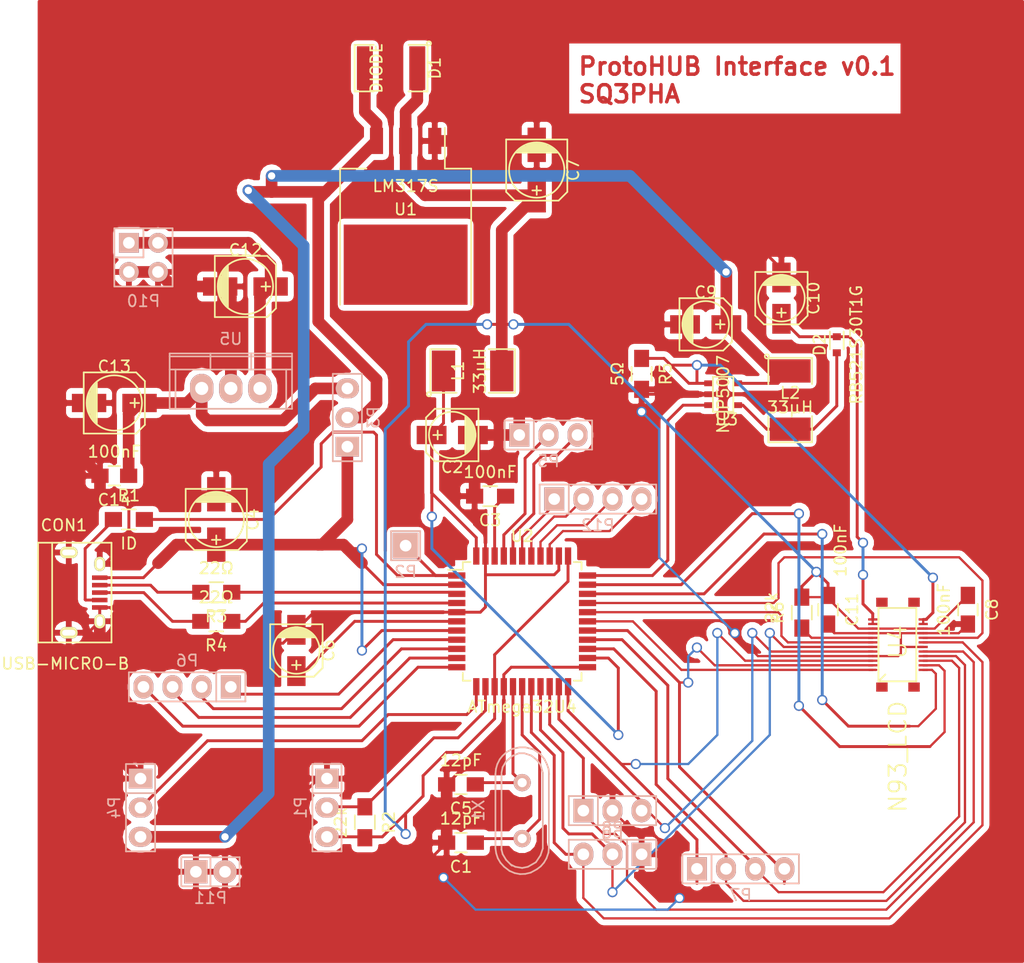
<source format=kicad_pcb>
(kicad_pcb (version 4) (host pcbnew 0.201501102116+5363~20~ubuntu14.04.1-product)
  (layers (0 F.Cu signal) (31 B.Cu signal) (34 B.Paste user) (35 F.Paste user) (36 B.SilkS user) (37 F.SilkS user) (38 B.Mask user) (39 F.Mask user) (44 Edge.Cuts user))
  (net 0 "")
  (net 1 "Net-(C1-Pad1)")
  (net 2 GND)
  (net 3 "Net-(C2-Pad1)")
  (net 4 "Net-(C3-Pad1)")
  (net 5 "Net-(C4-Pad1)")
  (net 6 "Net-(C5-Pad1)")
  (net 7 "Net-(C6-Pad1)")
  (net 8 VCC)
  (net 9 +5V)
  (net 10 "Net-(C10-Pad1)")
  (net 11 "Net-(C12-Pad1)")
  (net 12 "Net-(C13-Pad1)")
  (net 13 "Net-(CON1-Pad2)")
  (net 14 "Net-(CON1-Pad3)")
  (net 15 "Net-(CON1-Pad4)")
  (net 16 "Net-(D2-Pad1)")
  (net 17 "Net-(P1-Pad2)")
  (net 18 "Net-(P2-Pad1)")
  (net 19 "Net-(P4-Pad2)")
  (net 20 "Net-(P5-Pad2)")
  (net 21 "Net-(P5-Pad3)")
  (net 22 "Net-(P6-Pad1)")
  (net 23 "Net-(P6-Pad2)")
  (net 24 "Net-(P6-Pad3)")
  (net 25 "Net-(P6-Pad4)")
  (net 26 /DD7)
  (net 27 /DD6)
  (net 28 /DD5)
  (net 29 /DD4)
  (net 30 /DD0)
  (net 31 /DD1)
  (net 32 /DD2)
  (net 33 /DD3)
  (net 34 "Net-(R3-Pad1)")
  (net 35 "Net-(R4-Pad1)")
  (net 36 "Net-(R5-Pad1)")
  (net 37 "Net-(R6-Pad1)")
  (net 38 /DTE)
  (net 39 /DRESX)
  (net 40 /DCSX)
  (net 41 /DWRX)
  (net 42 /DDCX)
  (net 43 "Net-(U2-Pad33)")
  (net 44 "Net-(P12-Pad1)")
  (net 45 "Net-(P12-Pad2)")
  (net 46 "Net-(P12-Pad3)")
  (net 47 "Net-(P12-Pad4)")
  (module Capacitors_SMD:C_0805_HandSoldering (layer F.Cu) (at 152.908 127.508 180)
    (fp_text reference C1 (at 0 -2.1 180) (layer F.SilkS))
    (fp_text value 12pF (at 0 2.1 180) (layer F.SilkS))
    (pad 1 smd rect (at -1.25 0 180) (size 1.5 1.25) (layers F.Cu F.Paste F.Mask) (net 1 "Net-(C1-Pad1)"))
    (pad 2 smd rect (at 1.25 0 180) (size 1.5 1.25) (layers F.Cu F.Paste F.Mask) (net 2 GND))
  )
  (module Resistors_SMD:R_0805_HandSoldering (layer F.Cu) (at 155.448 97.282 180)
    (fp_text reference C3 (at 0 -2.1 180) (layer F.SilkS))
    (fp_text value 100nF (at 0 2.1 180) (layer F.SilkS))
    (pad 1 smd rect (at -1.35 0 180) (size 1.5 1.3) (layers F.Cu F.Paste F.Mask) (net 4 "Net-(C3-Pad1)"))
    (pad 2 smd rect (at 1.35 0 180) (size 1.5 1.3) (layers F.Cu F.Paste F.Mask) (net 2 GND))
  )
  (module Capacitors_SMD:C_0805_HandSoldering (layer F.Cu) (at 152.908 122.428 180)
    (fp_text reference C5 (at 0 -2.1 180) (layer F.SilkS))
    (fp_text value 12pF (at 0 2.1 180) (layer F.SilkS))
    (pad 1 smd rect (at -1.25 0 180) (size 1.5 1.25) (layers F.Cu F.Paste F.Mask) (net 6 "Net-(C5-Pad1)"))
    (pad 2 smd rect (at 1.25 0 180) (size 1.5 1.25) (layers F.Cu F.Paste F.Mask) (net 2 GND))
  )
  (module Capacitors_SMD:C_0805_HandSoldering (layer F.Cu) (at 197.104 107.188 270)
    (fp_text reference C8 (at 0 -2.1 270) (layer F.SilkS))
    (fp_text value 100nF (at 0 2.1 270) (layer F.SilkS))
    (pad 1 smd rect (at -1.25 0 270) (size 1.5 1.25) (layers F.Cu F.Paste F.Mask) (net 8 VCC))
    (pad 2 smd rect (at 1.25 0 270) (size 1.5 1.25) (layers F.Cu F.Paste F.Mask) (net 2 GND))
  )
  (module Capacitors_SMD:C_0805_HandSoldering (layer F.Cu) (at 184.912 107.188 270)
    (fp_text reference C11 (at 0 -2.1 270) (layer F.SilkS))
    (fp_text value 100nF (at -5.188 -1.088 270) (layer F.SilkS))
    (pad 1 smd rect (at -1.25 0 270) (size 1.5 1.25) (layers F.Cu F.Paste F.Mask) (net 8 VCC))
    (pad 2 smd rect (at 1.25 0 270) (size 1.5 1.25) (layers F.Cu F.Paste F.Mask) (net 2 GND))
  )
  (module Capacitors_SMD:C_0805_HandSoldering (layer F.Cu) (at 122.682 95.504 180)
    (fp_text reference C14 (at 0 -2.1 180) (layer F.SilkS))
    (fp_text value 100nF (at 0 2.1 180) (layer F.SilkS))
    (pad 1 smd rect (at -1.25 0 180) (size 1.5 1.25) (layers F.Cu F.Paste F.Mask) (net 12 "Net-(C13-Pad1)"))
    (pad 2 smd rect (at 1.25 0 180) (size 1.5 1.25) (layers F.Cu F.Paste F.Mask) (net 2 GND))
  )
  (module Connect:USB_Micro-B (layer F.Cu) (at 121.412 104.394)
    (fp_text reference CON1 (at -3.125 -4.575) (layer F.SilkS))
    (fp_text value USB-MICRO-B (at -3 7.5) (layer F.SilkS))
    (pad 1 smd rect (at 0 0) (size 1.35 0.4) (layers F.Cu F.Paste F.Mask) (net 5 "Net-(C4-Pad1)"))
    (pad 2 smd rect (at 0 0.65) (size 1.35 0.4) (layers F.Cu F.Paste F.Mask) (net 13 "Net-(CON1-Pad2)"))
    (pad 3 smd rect (at 0 1.3) (size 1.35 0.4) (layers F.Cu F.Paste F.Mask) (net 14 "Net-(CON1-Pad3)"))
    (pad 4 smd rect (at 0 1.95) (size 1.35 0.4) (layers F.Cu F.Paste F.Mask) (net 15 "Net-(CON1-Pad4)"))
    (pad 5 smd rect (at 0 2.6) (size 1.35 0.4) (layers F.Cu F.Paste F.Mask) (net 2 GND))
    (pad 6 thru_hole oval (at 0 -1.2) (size 0.95 1.25) (drill oval 0.55 0.85) (layers *.Cu *.Mask F.SilkS) (net 2 GND))
    (pad 7 thru_hole oval (at 0 3.8) (size 0.95 1.25) (drill oval 0.55 0.85) (layers *.Cu *.Mask F.SilkS) (net 2 GND))
    (pad 8 thru_hole oval (at -2.7 -2.2) (size 1.55 1) (drill oval 1.15 0.5) (layers *.Cu *.Mask F.SilkS) (net 2 GND))
    (pad 9 thru_hole oval (at -2.7 4.8) (size 1.55 1) (drill oval 1.15 0.5) (layers *.Cu *.Mask F.SilkS) (net 2 GND))
  )
  (module SMD_Packages:SMD-1812 (layer F.Cu) (at 146.812 59.944 180)
    (fp_text reference D1 (at -3.81 0 270) (layer F.SilkS))
    (fp_text value DIODE (at 1.27 0 270) (layer F.SilkS))
    (pad 1 smd rect (at -2.286 0 180) (size 1.397 3.81) (layers F.Cu F.Paste F.Mask) (net 8 VCC))
    (pad 2 smd rect (at 2.286 0 180) (size 1.397 3.81) (layers F.Cu F.Paste F.Mask) (net 9 +5V))
  )
  (module SMD_Packages:SOD-523 (layer F.Cu) (at 185.674 84.074 90)
    (fp_text reference D2 (at 0 -1.5 90) (layer F.SilkS))
    (fp_text value RB521S30T1G (at 0 1.7 90) (layer F.SilkS))
    (pad 1 smd rect (at -0.7 0 90) (size 0.6 0.7) (layers F.Cu F.Paste F.Mask) (net 16 "Net-(D2-Pad1)"))
    (pad 2 smd rect (at 0.7 0 90) (size 0.6 0.7) (layers F.Cu F.Paste F.Mask) (net 10 "Net-(C10-Pad1)"))
  )
  (module SMD_Packages:SMD-1812_l (layer F.Cu) (at 153.924 86.36)
    (fp_text reference L1 (at -1.27 0 90) (layer F.SilkS))
    (fp_text value 33µH (at 0.635 0 90) (layer F.SilkS))
    (pad 1 smd rect (at -2.54 0) (size 2.032 3.556) (layers F.Cu F.Paste F.Mask) (net 3 "Net-(C2-Pad1)"))
    (pad 2 smd rect (at 2.54 0) (size 2.032 3.556) (layers F.Cu F.Paste F.Mask) (net 8 VCC))
  )
  (module SMD_Packages:SMD-1812_l (layer F.Cu) (at 181.61 88.9 270)
    (fp_text reference L2 (at -0.62992 0 360) (layer F.SilkS))
    (fp_text value 33µH (at 0.635 0 360) (layer F.SilkS))
    (pad 1 smd rect (at -2.54 0 270) (size 2.032 3.556) (layers F.Cu F.Paste F.Mask) (net 9 +5V))
    (pad 2 smd rect (at 2.54 0 270) (size 2.032 3.556) (layers F.Cu F.Paste F.Mask) (net 16 "Net-(D2-Pad1)"))
  )
  (module Pin_Headers:Pin_Header_Straight_1x03 (layer B.Cu) (at 141.224 124.46 270)
    (fp_text reference P1 (at 0 2.286 270) (layer B.SilkS) (effects (justify mirror)))
    (fp_text value RST hide)
    (pad 1 thru_hole rect (at -2.54 0 270) (size 1.7272 2.032) (drill 1.016) (layers *.Cu *.Mask B.SilkS) (net 2 GND))
    (pad 2 thru_hole oval (at 0 0 270) (size 1.7272 2.032) (drill 1.016) (layers *.Cu *.Mask B.SilkS) (net 17 "Net-(P1-Pad2)"))
    (pad 3 thru_hole oval (at 2.54 0 270) (size 1.7272 2.032) (drill 1.016) (layers *.Cu *.Mask B.SilkS) (net 8 VCC))
  )
  (module Pin_Headers:Pin_Header_Straight_1x01 (layer B.Cu) (at 148.082 101.6)
    (fp_text reference P2 (at 0 2.286) (layer B.SilkS) (effects (justify mirror)))
    (fp_text value PMG hide)
    (pad 1 thru_hole rect (at 0 0) (size 2.2352 2.2352) (drill 1.016) (layers *.Cu *.Mask B.SilkS) (net 18 "Net-(P2-Pad1)"))
  )
  (module Pin_Headers:Pin_Header_Straight_1x03 (layer B.Cu) (at 143.002 90.424 90)
    (fp_text reference P3 (at 0 2.286 90) (layer B.SilkS) (effects (justify mirror)))
    (fp_text value PW_SEL hide)
    (pad 1 thru_hole rect (at -2.54 0 90) (size 1.7272 2.032) (drill 1.016) (layers *.Cu *.Mask B.SilkS) (net 5 "Net-(C4-Pad1)"))
    (pad 2 thru_hole oval (at 0 0 90) (size 1.7272 2.032) (drill 1.016) (layers *.Cu *.Mask B.SilkS) (net 9 +5V))
    (pad 3 thru_hole oval (at 2.54 0 90) (size 1.7272 2.032) (drill 1.016) (layers *.Cu *.Mask B.SilkS) (net 12 "Net-(C13-Pad1)"))
  )
  (module Pin_Headers:Pin_Header_Straight_1x03 (layer B.Cu) (at 124.968 124.46 270)
    (fp_text reference P4 (at 0 2.286 270) (layer B.SilkS) (effects (justify mirror)))
    (fp_text value 1WR hide)
    (pad 1 thru_hole rect (at -2.54 0 270) (size 1.7272 2.032) (drill 1.016) (layers *.Cu *.Mask B.SilkS) (net 2 GND))
    (pad 2 thru_hole oval (at 0 0 270) (size 1.7272 2.032) (drill 1.016) (layers *.Cu *.Mask B.SilkS) (net 19 "Net-(P4-Pad2)"))
    (pad 3 thru_hole oval (at 2.54 0 270) (size 1.7272 2.032) (drill 1.016) (layers *.Cu *.Mask B.SilkS) (net 9 +5V))
  )
  (module Pin_Headers:Pin_Header_Straight_1x03 (layer B.Cu) (at 160.528 91.948)
    (fp_text reference P5 (at 0 2.286) (layer B.SilkS) (effects (justify mirror)))
    (fp_text value AIN hide)
    (pad 1 thru_hole rect (at -2.54 0) (size 1.7272 2.032) (drill 1.016) (layers *.Cu *.Mask B.SilkS) (net 2 GND))
    (pad 2 thru_hole oval (at 0 0) (size 1.7272 2.032) (drill 1.016) (layers *.Cu *.Mask B.SilkS) (net 20 "Net-(P5-Pad2)"))
    (pad 3 thru_hole oval (at 2.54 0) (size 1.7272 2.032) (drill 1.016) (layers *.Cu *.Mask B.SilkS) (net 21 "Net-(P5-Pad3)"))
  )
  (module Pin_Headers:Pin_Header_Straight_1x04 (layer B.Cu) (at 129.032 113.919 180)
    (fp_text reference P6 (at 0 2.286 180) (layer B.SilkS) (effects (justify mirror)))
    (fp_text value SPI hide)
    (pad 1 thru_hole rect (at -3.81 0 180) (size 1.7272 2.032) (drill 1.016) (layers *.Cu *.Mask B.SilkS) (net 22 "Net-(P6-Pad1)"))
    (pad 2 thru_hole oval (at -1.27 0 180) (size 1.7272 2.032) (drill 1.016) (layers *.Cu *.Mask B.SilkS) (net 23 "Net-(P6-Pad2)"))
    (pad 3 thru_hole oval (at 1.27 0 180) (size 1.7272 2.032) (drill 1.016) (layers *.Cu *.Mask B.SilkS) (net 24 "Net-(P6-Pad3)"))
    (pad 4 thru_hole oval (at 3.81 0 180) (size 1.7272 2.032) (drill 1.016) (layers *.Cu *.Mask B.SilkS) (net 25 "Net-(P6-Pad4)"))
  )
  (module Pin_Headers:Pin_Header_Straight_1x03 (layer B.Cu) (at 166.116 128.524 180)
    (fp_text reference P8 (at 0 2.286 180) (layer B.SilkS) (effects (justify mirror)))
    (fp_text value TWI hide)
    (pad 1 thru_hole rect (at -2.54 0 180) (size 1.7272 2.032) (drill 1.016) (layers *.Cu *.Mask B.SilkS) (net 2 GND))
    (pad 2 thru_hole oval (at 0 0 180) (size 1.7272 2.032) (drill 1.016) (layers *.Cu *.Mask B.SilkS) (net 31 /DD1))
    (pad 3 thru_hole oval (at 2.54 0 180) (size 1.7272 2.032) (drill 1.016) (layers *.Cu *.Mask B.SilkS) (net 30 /DD0))
  )
  (module Pin_Headers:Pin_Header_Straight_1x03 (layer B.Cu) (at 166.116 124.714)
    (fp_text reference P9 (at 0 2.286) (layer B.SilkS) (effects (justify mirror)))
    (fp_text value SER hide)
    (pad 1 thru_hole rect (at -2.54 0) (size 1.7272 2.032) (drill 1.016) (layers *.Cu *.Mask B.SilkS) (net 32 /DD2))
    (pad 2 thru_hole oval (at 0 0) (size 1.7272 2.032) (drill 1.016) (layers *.Cu *.Mask B.SilkS) (net 2 GND))
    (pad 3 thru_hole oval (at 2.54 0) (size 1.7272 2.032) (drill 1.016) (layers *.Cu *.Mask B.SilkS) (net 33 /DD3))
  )
  (module Pin_Headers:Pin_Header_Straight_2x02 (layer B.Cu) (at 125.222 76.454)
    (fp_text reference P10 (at 0 3.81) (layer B.SilkS) (effects (justify mirror)))
    (fp_text value BATT hide)
    (pad 1 thru_hole rect (at -1.27 -1.27) (size 1.7272 1.7272) (drill 1.016) (layers *.Cu *.Mask B.SilkS) (net 11 "Net-(C12-Pad1)"))
    (pad 2 thru_hole oval (at -1.27 1.27) (size 1.7272 1.7272) (drill 1.016) (layers *.Cu *.Mask B.SilkS) (net 2 GND))
    (pad 3 thru_hole oval (at 1.27 -1.27) (size 1.7272 1.7272) (drill 1.016) (layers *.Cu *.Mask B.SilkS) (net 11 "Net-(C12-Pad1)"))
    (pad 4 thru_hole oval (at 1.27 1.27) (size 1.7272 1.7272) (drill 1.016) (layers *.Cu *.Mask B.SilkS) (net 2 GND))
  )
  (module Pin_Headers:Pin_Header_Straight_1x02 (layer B.Cu) (at 131.064 130.048)
    (fp_text reference P11 (at 0 2.286) (layer B.SilkS) (effects (justify mirror)))
    (fp_text value GND hide)
    (pad 1 thru_hole rect (at -1.27 0) (size 2.032 2.032) (drill 1.016) (layers *.Cu *.Mask B.SilkS) (net 2 GND))
    (pad 2 thru_hole oval (at 1.27 0) (size 2.032 2.032) (drill 1.016) (layers *.Cu *.Mask B.SilkS) (net 2 GND))
  )
  (module Resistors_SMD:R_0805_HandSoldering (layer F.Cu) (at 123.952 99.314)
    (fp_text reference R1 (at 0 -2.1) (layer F.SilkS))
    (fp_text value ID (at 0 2.1) (layer F.SilkS))
    (pad 1 smd rect (at -1.35 0) (size 1.5 1.3) (layers F.Cu F.Paste F.Mask) (net 15 "Net-(CON1-Pad4)"))
    (pad 2 smd rect (at 1.35 0) (size 1.5 1.3) (layers F.Cu F.Paste F.Mask) (net 18 "Net-(P2-Pad1)"))
  )
  (module Resistors_SMD:R_0805_HandSoldering (layer F.Cu) (at 144.526 125.73 270)
    (fp_text reference R2 (at 0 -2.1 270) (layer F.SilkS))
    (fp_text value 22k (at 0 2.1 270) (layer F.SilkS))
    (pad 1 smd rect (at -1.35 0 270) (size 1.5 1.3) (layers F.Cu F.Paste F.Mask) (net 17 "Net-(P1-Pad2)"))
    (pad 2 smd rect (at 1.35 0 270) (size 1.5 1.3) (layers F.Cu F.Paste F.Mask) (net 8 VCC))
  )
  (module Resistors_SMD:R_0805_HandSoldering (layer F.Cu) (at 131.572 105.664 180)
    (fp_text reference R3 (at 0 -2.1 180) (layer F.SilkS))
    (fp_text value 22Ω (at 0 2.1 180) (layer F.SilkS))
    (pad 1 smd rect (at -1.35 0 180) (size 1.5 1.3) (layers F.Cu F.Paste F.Mask) (net 34 "Net-(R3-Pad1)"))
    (pad 2 smd rect (at 1.35 0 180) (size 1.5 1.3) (layers F.Cu F.Paste F.Mask) (net 13 "Net-(CON1-Pad2)"))
  )
  (module Resistors_SMD:R_0805_HandSoldering (layer F.Cu) (at 131.572 108.204 180)
    (fp_text reference R4 (at 0 -2.1 180) (layer F.SilkS))
    (fp_text value 22Ω (at 0 2.1 180) (layer F.SilkS))
    (pad 1 smd rect (at -1.35 0 180) (size 1.5 1.3) (layers F.Cu F.Paste F.Mask) (net 35 "Net-(R4-Pad1)"))
    (pad 2 smd rect (at 1.35 0 180) (size 1.5 1.3) (layers F.Cu F.Paste F.Mask) (net 14 "Net-(CON1-Pad3)"))
  )
  (module Resistors_SMD:R_0805_HandSoldering (layer F.Cu) (at 168.656 86.614 270)
    (fp_text reference R5 (at 0 -2.1 270) (layer F.SilkS))
    (fp_text value 5Ω (at 0 2.1 270) (layer F.SilkS))
    (pad 1 smd rect (at -1.35 0 270) (size 1.5 1.3) (layers F.Cu F.Paste F.Mask) (net 36 "Net-(R5-Pad1)"))
    (pad 2 smd rect (at 1.35 0 270) (size 1.5 1.3) (layers F.Cu F.Paste F.Mask) (net 2 GND))
  )
  (module Resistors_SMD:R_0805_HandSoldering (layer F.Cu) (at 182.626 107.442 90)
    (fp_text reference R6 (at 0 -2.1 90) (layer F.SilkS))
    (fp_text value 22k (at 0.442 -2.626 90) (layer F.SilkS))
    (pad 1 smd rect (at -1.35 0 90) (size 1.5 1.3) (layers F.Cu F.Paste F.Mask) (net 37 "Net-(R6-Pad1)"))
    (pad 2 smd rect (at 1.35 0 90) (size 1.5 1.3) (layers F.Cu F.Paste F.Mask) (net 8 VCC))
  )
  (module SMD_Packages:TO-263 (layer F.Cu) (at 148.082 66.294 180)
    (fp_text reference U1 (at 0 -5.969 180) (layer F.SilkS))
    (fp_text value LM317S (at 0 -3.937 180) (layer F.SilkS))
    (pad 2 smd rect (at 0 0 180) (size 1.143 2.286) (layers F.Cu F.Paste F.Mask) (net 8 VCC))
    (pad 3 smd rect (at 0 -10.795 180) (size 10.80008 6.9977) (layers F.Cu F.Paste F.Mask) (net 9 +5V))
    (pad 3 smd rect (at 2.54 0 180) (size 1.143 2.286) (layers F.Cu F.Paste F.Mask) (net 9 +5V))
    (pad 1 smd rect (at -2.54 0 180) (size 1.143 2.286) (layers F.Cu F.Paste F.Mask) (net 2 GND))
  )
  (module QFP:TQFP-44_10x10mm_Pitch0.8mm (layer F.Cu) (at 158.242 108.204)
    (fp_text reference U2 (at 0 -7.45) (layer F.SilkS))
    (fp_text value ATmega32U4 (at 0 7.45) (layer F.SilkS))
    (pad 1 smd rect (at -5.7 -4) (size 1.5 0.55) (layers F.Cu F.Paste F.Mask) (net 18 "Net-(P2-Pad1)"))
    (pad 2 smd rect (at -5.7 -3.2) (size 1.5 0.55) (layers F.Cu F.Paste F.Mask) (net 5 "Net-(C4-Pad1)"))
    (pad 3 smd rect (at -5.7 -2.4) (size 1.5 0.55) (layers F.Cu F.Paste F.Mask) (net 34 "Net-(R3-Pad1)"))
    (pad 4 smd rect (at -5.7 -1.6) (size 1.5 0.55) (layers F.Cu F.Paste F.Mask) (net 35 "Net-(R4-Pad1)"))
    (pad 5 smd rect (at -5.7 -0.8) (size 1.5 0.55) (layers F.Cu F.Paste F.Mask) (net 2 GND))
    (pad 6 smd rect (at -5.7 0) (size 1.5 0.55) (layers F.Cu F.Paste F.Mask) (net 7 "Net-(C6-Pad1)"))
    (pad 7 smd rect (at -5.7 0.8) (size 1.5 0.55) (layers F.Cu F.Paste F.Mask) (net 5 "Net-(C4-Pad1)"))
    (pad 8 smd rect (at -5.7 1.6) (size 1.5 0.55) (layers F.Cu F.Paste F.Mask) (net 22 "Net-(P6-Pad1)"))
    (pad 9 smd rect (at -5.7 2.4) (size 1.5 0.55) (layers F.Cu F.Paste F.Mask) (net 23 "Net-(P6-Pad2)"))
    (pad 10 smd rect (at -5.7 3.2) (size 1.5 0.55) (layers F.Cu F.Paste F.Mask) (net 24 "Net-(P6-Pad3)"))
    (pad 11 smd rect (at -5.7 4) (size 1.5 0.55) (layers F.Cu F.Paste F.Mask) (net 25 "Net-(P6-Pad4)"))
    (pad 12 smd rect (at -4 5.7 90) (size 1.5 0.55) (layers F.Cu F.Paste F.Mask) (net 19 "Net-(P4-Pad2)"))
    (pad 13 smd rect (at -3.2 5.7 90) (size 1.5 0.55) (layers F.Cu F.Paste F.Mask) (net 17 "Net-(P1-Pad2)"))
    (pad 14 smd rect (at -2.4 5.7 90) (size 1.5 0.55) (layers F.Cu F.Paste F.Mask) (net 8 VCC))
    (pad 15 smd rect (at -1.6 5.7 90) (size 1.5 0.55) (layers F.Cu F.Paste F.Mask) (net 2 GND))
    (pad 16 smd rect (at -0.8 5.7 90) (size 1.5 0.55) (layers F.Cu F.Paste F.Mask) (net 6 "Net-(C5-Pad1)"))
    (pad 17 smd rect (at 0 5.7 90) (size 1.5 0.55) (layers F.Cu F.Paste F.Mask) (net 1 "Net-(C1-Pad1)"))
    (pad 18 smd rect (at 0.8 5.7 90) (size 1.5 0.55) (layers F.Cu F.Paste F.Mask) (net 30 /DD0))
    (pad 19 smd rect (at 1.6 5.7 90) (size 1.5 0.55) (layers F.Cu F.Paste F.Mask) (net 31 /DD1))
    (pad 20 smd rect (at 2.4 5.7 90) (size 1.5 0.55) (layers F.Cu F.Paste F.Mask) (net 32 /DD2))
    (pad 21 smd rect (at 3.2 5.7 90) (size 1.5 0.55) (layers F.Cu F.Paste F.Mask) (net 33 /DD3))
    (pad 22 smd rect (at 4 5.7 90) (size 1.5 0.55) (layers F.Cu F.Paste F.Mask) (net 28 /DD5))
    (pad 23 smd rect (at 5.7 4) (size 1.5 0.55) (layers F.Cu F.Paste F.Mask) (net 2 GND))
    (pad 24 smd rect (at 5.7 3.2) (size 1.5 0.55) (layers F.Cu F.Paste F.Mask) (net 3 "Net-(C2-Pad1)"))
    (pad 25 smd rect (at 5.7 2.4) (size 1.5 0.55) (layers F.Cu F.Paste F.Mask) (net 29 /DD4))
    (pad 26 smd rect (at 5.7 1.6) (size 1.5 0.55) (layers F.Cu F.Paste F.Mask) (net 27 /DD6))
    (pad 27 smd rect (at 5.7 0.8) (size 1.5 0.55) (layers F.Cu F.Paste F.Mask) (net 26 /DD7))
    (pad 28 smd rect (at 5.7 0) (size 1.5 0.55) (layers F.Cu F.Paste F.Mask) (net 38 /DTE))
    (pad 29 smd rect (at 5.7 -0.8) (size 1.5 0.55) (layers F.Cu F.Paste F.Mask) (net 42 /DDCX))
    (pad 30 smd rect (at 5.7 -1.6) (size 1.5 0.55) (layers F.Cu F.Paste F.Mask) (net 41 /DWRX))
    (pad 31 smd rect (at 5.7 -2.4) (size 1.5 0.55) (layers F.Cu F.Paste F.Mask) (net 39 /DRESX))
    (pad 32 smd rect (at 5.7 -3.2) (size 1.5 0.55) (layers F.Cu F.Paste F.Mask) (net 40 /DCSX))
    (pad 33 smd rect (at 5.7 -4) (size 1.5 0.55) (layers F.Cu F.Paste F.Mask) (net 43 "Net-(U2-Pad33)"))
    (pad 34 smd rect (at 4 -5.7 90) (size 1.5 0.55) (layers F.Cu F.Paste F.Mask) (net 8 VCC))
    (pad 35 smd rect (at 3.2 -5.7 90) (size 1.5 0.55) (layers F.Cu F.Paste F.Mask) (net 2 GND))
    (pad 36 smd rect (at 2.4 -5.7 90) (size 1.5 0.55) (layers F.Cu F.Paste F.Mask) (net 47 "Net-(P12-Pad4)"))
    (pad 37 smd rect (at 1.6 -5.7 90) (size 1.5 0.55) (layers F.Cu F.Paste F.Mask) (net 46 "Net-(P12-Pad3)"))
    (pad 38 smd rect (at 0.8 -5.7 90) (size 1.5 0.55) (layers F.Cu F.Paste F.Mask) (net 45 "Net-(P12-Pad2)"))
    (pad 39 smd rect (at 0 -5.7 90) (size 1.5 0.55) (layers F.Cu F.Paste F.Mask) (net 44 "Net-(P12-Pad1)"))
    (pad 40 smd rect (at -0.8 -5.7 90) (size 1.5 0.55) (layers F.Cu F.Paste F.Mask) (net 21 "Net-(P5-Pad3)"))
    (pad 41 smd rect (at -1.6 -5.7 90) (size 1.5 0.55) (layers F.Cu F.Paste F.Mask) (net 20 "Net-(P5-Pad2)"))
    (pad 42 smd rect (at -2.4 -5.7 90) (size 1.5 0.55) (layers F.Cu F.Paste F.Mask) (net 4 "Net-(C3-Pad1)"))
    (pad 43 smd rect (at -3.2 -5.7 90) (size 1.5 0.55) (layers F.Cu F.Paste F.Mask) (net 2 GND))
    (pad 44 smd rect (at -4 -5.7 90) (size 1.5 0.55) (layers F.Cu F.Paste F.Mask) (net 3 "Net-(C2-Pad1)"))
  )
  (module SMD_Packages:SOT-23-5 (layer F.Cu) (at 175.768 88.392 270)
    (fp_text reference U3 (at 2.19964 -0.29972 360) (layer F.SilkS))
    (fp_text value NCP5007 (at 0 0 270) (layer F.SilkS))
    (pad 1 smd rect (at -0.9525 1.27 270) (size 0.508 0.762) (layers F.Cu F.Paste F.Mask) (net 36 "Net-(R5-Pad1)"))
    (pad 3 smd rect (at 0.9525 1.27 270) (size 0.508 0.762) (layers F.Cu F.Paste F.Mask) (net 43 "Net-(U2-Pad33)"))
    (pad 5 smd rect (at -0.9525 -1.27 270) (size 0.508 0.762) (layers F.Cu F.Paste F.Mask) (net 9 +5V))
    (pad 2 smd rect (at 0 1.27 270) (size 0.508 0.762) (layers F.Cu F.Paste F.Mask) (net 2 GND))
    (pad 4 smd rect (at 0.9525 -1.27 270) (size 0.508 0.762) (layers F.Cu F.Paste F.Mask) (net 16 "Net-(D2-Pad1)"))
  )
  (module Power_Integrations:TO-220 (layer B.Cu) (at 132.842 87.884 180)
    (fp_text reference U5 (at 0 4.318 180) (layer B.SilkS) (effects (justify mirror)))
    (fp_text value LM7805CT hide)
    (pad 2 thru_hole oval (at 0 0 180) (size 2.032 2.54) (drill 1.143) (layers *.Cu *.Mask B.SilkS) (net 2 GND))
    (pad 3 thru_hole oval (at 2.54 0 180) (size 2.032 2.54) (drill 1.143) (layers *.Cu *.Mask B.SilkS) (net 12 "Net-(C13-Pad1)"))
    (pad 1 thru_hole oval (at -2.54 0 180) (size 2.032 2.54) (drill 1.143) (layers *.Cu *.Mask B.SilkS) (net 11 "Net-(C12-Pad1)"))
  )
  (module Crystals:Crystal_HC49-U_Vertical (layer B.Cu) (at 158.242 124.714 270)
    (fp_text reference X1 (at 0 3.81 270) (layer B.SilkS) (effects (justify mirror)))
    (fp_text value CRYSTAL hide)
    (pad 1 thru_hole circle (at -2.44094 0 270) (size 1.50114 1.50114) (drill 0.8001) (layers *.Cu *.Mask B.SilkS) (net 6 "Net-(C5-Pad1)"))
    (pad 2 thru_hole circle (at 2.44094 0 270) (size 1.50114 1.50114) (drill 0.8001) (layers *.Cu *.Mask B.SilkS) (net 1 "Net-(C1-Pad1)"))
  )
  (module Capacitors_SMD:c_elec_4x5.3 (layer F.Cu) (at 152.146 91.948 180)
    (fp_text reference C2 (at 0 -2.794 180) (layer F.SilkS))
    (fp_text value 1µF hide)
    (pad 1 smd rect (at 1.80086 0 180) (size 2.60096 1.6002) (layers F.Cu F.Paste F.Mask) (net 3 "Net-(C2-Pad1)"))
    (pad 2 smd rect (at -1.80086 0 180) (size 2.60096 1.6002) (layers F.Cu F.Paste F.Mask) (net 2 GND))
  )
  (module Capacitors_SMD:c_elec_5x5.3 (layer F.Cu) (at 131.572 99.314 270)
    (fp_text reference C4 (at 0 -3.175 270) (layer F.SilkS))
    (fp_text value 10µF hide)
    (pad 1 smd rect (at 2.19964 0 270) (size 2.99974 1.6002) (layers F.Cu F.Paste F.Mask) (net 5 "Net-(C4-Pad1)"))
    (pad 2 smd rect (at -2.19964 0 270) (size 2.99974 1.6002) (layers F.Cu F.Paste F.Mask) (net 2 GND))
  )
  (module Capacitors_SMD:c_elec_4x5.3 (layer F.Cu) (at 138.557 110.744 270)
    (fp_text reference C6 (at 0 -2.794 270) (layer F.SilkS))
    (fp_text value 1µF hide)
    (pad 1 smd rect (at 1.80086 0 270) (size 2.60096 1.6002) (layers F.Cu F.Paste F.Mask) (net 7 "Net-(C6-Pad1)"))
    (pad 2 smd rect (at -1.80086 0 270) (size 2.60096 1.6002) (layers F.Cu F.Paste F.Mask) (net 2 GND))
  )
  (module Capacitors_SMD:c_elec_5x5.3 (layer F.Cu) (at 159.512 68.834 270)
    (fp_text reference C7 (at 0 -3.175 270) (layer F.SilkS))
    (fp_text value 10µF hide)
    (pad 1 smd rect (at 2.19964 0 270) (size 2.99974 1.6002) (layers F.Cu F.Paste F.Mask) (net 8 VCC))
    (pad 2 smd rect (at -2.19964 0 270) (size 2.99974 1.6002) (layers F.Cu F.Paste F.Mask) (net 2 GND))
  )
  (module Capacitors_SMD:c_elec_4x5.3 (layer F.Cu) (at 174.244 82.296)
    (fp_text reference C9 (at 0 -2.794) (layer F.SilkS))
    (fp_text value 4.7µF hide)
    (pad 1 smd rect (at 1.80086 0) (size 2.60096 1.6002) (layers F.Cu F.Paste F.Mask) (net 9 +5V))
    (pad 2 smd rect (at -1.80086 0) (size 2.60096 1.6002) (layers F.Cu F.Paste F.Mask) (net 2 GND))
  )
  (module Capacitors_SMD:c_elec_4x5.3 (layer F.Cu) (at 180.848 80.01 270)
    (fp_text reference C10 (at 0 -2.794 270) (layer F.SilkS))
    (fp_text value 1µF hide)
    (pad 1 smd rect (at 1.80086 0 270) (size 2.60096 1.6002) (layers F.Cu F.Paste F.Mask) (net 10 "Net-(C10-Pad1)"))
    (pad 2 smd rect (at -1.80086 0 270) (size 2.60096 1.6002) (layers F.Cu F.Paste F.Mask) (net 2 GND))
  )
  (module Capacitors_SMD:c_elec_5x5.3 (layer F.Cu) (at 134.112 78.994)
    (fp_text reference C12 (at 0 -3.175) (layer F.SilkS))
    (fp_text value 10µF hide)
    (pad 1 smd rect (at 2.19964 0) (size 2.99974 1.6002) (layers F.Cu F.Paste F.Mask) (net 11 "Net-(C12-Pad1)"))
    (pad 2 smd rect (at -2.19964 0) (size 2.99974 1.6002) (layers F.Cu F.Paste F.Mask) (net 2 GND))
  )
  (module Capacitors_SMD:c_elec_5x5.3 (layer F.Cu) (at 122.682 89.154)
    (fp_text reference C13 (at 0 -3.175) (layer F.SilkS))
    (fp_text value 10µF hide)
    (pad 1 smd rect (at 2.19964 0) (size 2.99974 1.6002) (layers F.Cu F.Paste F.Mask) (net 12 "Net-(C13-Pad1)"))
    (pad 2 smd rect (at -2.19964 0) (size 2.99974 1.6002) (layers F.Cu F.Paste F.Mask) (net 2 GND))
  )
  (module Pin_Headers:Pin_Header_Straight_1x04 (layer B.Cu) (at 164.846 97.536)
    (fp_text reference P12 (at 0 2.286) (layer B.SilkS) (effects (justify mirror)))
    (fp_text value KBD2 hide)
    (pad 1 thru_hole rect (at -3.81 0) (size 1.7272 2.032) (drill 1.016) (layers *.Cu *.Mask B.SilkS) (net 44 "Net-(P12-Pad1)"))
    (pad 2 thru_hole oval (at -1.27 0) (size 1.7272 2.032) (drill 1.016) (layers *.Cu *.Mask B.SilkS) (net 45 "Net-(P12-Pad2)"))
    (pad 3 thru_hole oval (at 1.27 0) (size 1.7272 2.032) (drill 1.016) (layers *.Cu *.Mask B.SilkS) (net 46 "Net-(P12-Pad3)"))
    (pad 4 thru_hole oval (at 3.81 0) (size 1.7272 2.032) (drill 1.016) (layers *.Cu *.Mask B.SilkS) (net 47 "Net-(P12-Pad4)"))
  )
  (module Pin_Headers:Pin_Header_Straight_1x04 (layer B.Cu) (at 177.292 129.794)
    (fp_text reference P7 (at 0 2.286) (layer B.SilkS) (effects (justify mirror)))
    (fp_text value KBD hide)
    (pad 1 thru_hole rect (at -3.81 0) (size 1.7272 2.032) (drill 1.016) (layers *.Cu *.Mask B.SilkS) (net 28 /DD5))
    (pad 2 thru_hole oval (at -1.27 0) (size 1.7272 2.032) (drill 1.016) (layers *.Cu *.Mask B.SilkS) (net 29 /DD4))
    (pad 3 thru_hole oval (at 1.27 0) (size 1.7272 2.032) (drill 1.016) (layers *.Cu *.Mask B.SilkS) (net 27 /DD6))
    (pad 4 thru_hole oval (at 3.81 0) (size 1.7272 2.032) (drill 1.016) (layers *.Cu *.Mask B.SilkS) (net 26 /DD7))
  )
  (module n93disp:N93Disp (layer F.Cu) (at 191.008 110.236 90)
    (fp_text reference U4 (at 0.236 -0.008 90) (layer F.SilkS) (effects (font (size 1.5 1.5))))
    (fp_text value N93_LCD (at -9.764 -0.008 90) (layer F.SilkS) (effects (font (size 1.5 1.5))))
    (pad 1 smd oval (at -2.2 -2.2 90) (size 0.2 0.8) (layers F.Cu F.Paste F.Mask) (net 38 /DTE))
    (pad 2 smd rect (at -1.8 -2.2 90) (size 0.2 0.8) (layers F.Cu F.Paste F.Mask) (net 26 /DD7))
    (pad 3 smd rect (at -1.4 -2.2 90) (size 0.2 0.8) (layers F.Cu F.Paste F.Mask) (net 28 /DD5))
    (pad 4 smd rect (at -1 -2.2 90) (size 0.2 0.8) (layers F.Cu F.Paste F.Mask) (net 2 GND))
    (pad 5 smd rect (at -0.6 -2.2 90) (size 0.2 0.8) (layers F.Cu F.Paste F.Mask) (net 33 /DD3))
    (pad 6 smd rect (at -0.2 -2.2 90) (size 0.2 0.8) (layers F.Cu F.Paste F.Mask) (net 31 /DD1))
    (pad 7 smd rect (at 0.2 -2.2 90) (size 0.2 0.8) (layers F.Cu F.Paste F.Mask) (net 42 /DDCX))
    (pad 8 smd rect (at 0.6 -2.2 90) (size 0.2 0.8) (layers F.Cu F.Paste F.Mask) (net 37 "Net-(R6-Pad1)"))
    (pad 9 smd rect (at 1 -2.2 90) (size 0.2 0.8) (layers F.Cu F.Paste F.Mask) (net 2 GND))
    (pad 10 smd rect (at 1.4 -2.2 90) (size 0.2 0.8) (layers F.Cu F.Paste F.Mask) (net 8 VCC))
    (pad 11 smd rect (at 1.8 -2.2 90) (size 0.2 0.8) (layers F.Cu F.Paste F.Mask) (net 10 "Net-(C10-Pad1)"))
    (pad 12 smd rect (at 2.2 -2.2 90) (size 0.2 0.8) (layers F.Cu F.Paste F.Mask) (net 10 "Net-(C10-Pad1)"))
    (pad 13 smd rect (at 2.2 2.2 90) (size 0.2 0.8) (layers F.Cu F.Paste F.Mask) (net 36 "Net-(R5-Pad1)"))
    (pad 14 smd rect (at 1.8 2.2 90) (size 0.2 0.8) (layers F.Cu F.Paste F.Mask) (net 36 "Net-(R5-Pad1)"))
    (pad 15 smd rect (at 1.4 2.2 90) (size 0.2 0.8) (layers F.Cu F.Paste F.Mask) (net 8 VCC))
    (pad 16 smd rect (at 1 2.2 90) (size 0.2 0.8) (layers F.Cu F.Paste F.Mask) (net 2 GND))
    (pad 17 smd rect (at 0.6 2.2 90) (size 0.2 0.8) (layers F.Cu F.Paste F.Mask) (net 41 /DWRX))
    (pad 18 smd rect (at 0.2 2.2 90) (size 0.2 0.8) (layers F.Cu F.Paste F.Mask) (net 30 /DD0))
    (pad 19 smd rect (at -0.2 2.2 90) (size 0.2 0.8) (layers F.Cu F.Paste F.Mask) (net 2 GND))
    (pad 20 smd rect (at -0.6 2.2 90) (size 0.2 0.8) (layers F.Cu F.Paste F.Mask) (net 32 /DD2))
    (pad 21 smd rect (at -1 2.2 90) (size 0.2 0.8) (layers F.Cu F.Paste F.Mask) (net 29 /DD4))
    (pad 22 smd rect (at -1.4 2.2 90) (size 0.2 0.8) (layers F.Cu F.Paste F.Mask) (net 27 /DD6))
    (pad 23 smd rect (at -1.8 2.2 90) (size 0.2 0.8) (layers F.Cu F.Paste F.Mask) (net 40 /DCSX))
    (pad 24 smd rect (at -2.2 2.2 90) (size 0.2 0.8) (layers F.Cu F.Paste F.Mask) (net 39 /DRESX))
    (pad 25 smd rect (at 3.7 -1.4 90) (size 0.8 1) (layers F.Cu F.Paste F.Mask))
    (pad 26 smd rect (at 3.7 1.4 90) (size 0.8 1) (layers F.Cu F.Paste F.Mask))
    (pad 27 smd rect (at -3.7 -1.4 90) (size 0.8 1) (layers F.Cu F.Paste F.Mask))
    (pad 28 smd rect (at -3.7 1.4 90) (size 0.8 1) (layers F.Cu F.Paste F.Mask))
  )
  (gr_text "ProtoHUB Interface v0.1\nSQ3PHA" (at 163 61) (layer F.Cu) (effects (font (size 1.5 1.5) (thickness 0.3)) (justify left)))
  (segment (start 158.242 118.11) (end 158.242 113.904) (width 0.254) (layer F.Cu) (net 1))
  (segment (start 159.766 119.634) (end 158.242 118.11) (width 0.254) (layer F.Cu) (net 1))
  (segment (start 159.766 125.476) (end 159.766 119.634) (width 0.254) (layer F.Cu) (net 1))
  (segment (start 158.242 127) (end 159.766 125.476) (width 0.254) (layer F.Cu) (net 1))
  (segment (start 158.242 127.15494) (end 158.242 127) (width 0.254) (layer F.Cu) (net 1))
  (segment (start 154.51106 127.15494) (end 154.158 127.508) (width 0.254) (layer F.Cu) (net 1))
  (segment (start 158.242 127.15494) (end 154.51106 127.15494) (width 0.254) (layer F.Cu) (net 1))
  (segment (start 168.656 128.524) (end 168.656 129.794) (width 0.2) (layer F.Cu) (net 2))
  (segment (start 150.876 130.048) (end 149.118 130.048) (width 0.2) (layer F.Cu) (net 2))
  (segment (start 151.384 130.556) (end 150.876 130.048) (width 0.2) (layer F.Cu) (net 2))
  (via (at 151.384 130.556) (size 0.889) (layers F.Cu B.Cu) (net 2))
  (segment (start 154.178 133.35) (end 151.384 130.556) (width 0.2) (layer B.Cu) (net 2))
  (segment (start 170.942 133.35) (end 154.178 133.35) (width 0.2) (layer B.Cu) (net 2))
  (segment (start 171.958 132.334) (end 170.942 133.35) (width 0.2) (layer B.Cu) (net 2))
  (via (at 171.958 132.334) (size 0.889) (layers F.Cu B.Cu) (net 2))
  (segment (start 171.196 132.334) (end 171.958 132.334) (width 0.2) (layer F.Cu) (net 2))
  (segment (start 168.656 129.794) (end 171.196 132.334) (width 0.2) (layer F.Cu) (net 2))
  (segment (start 180.848 78.20914) (end 180.848 77.47) (width 0.256) (layer F.Cu) (net 2))
  (segment (start 180.848 77.47) (end 177.038 73.66) (width 0.256) (layer F.Cu) (net 2))
  (segment (start 177.038 73.66) (end 164.084 73.66) (width 0.256) (layer F.Cu) (net 2))
  (segment (start 188.808 111.236) (end 178.8 111.236) (width 0.2) (layer F.Cu) (net 2))
  (segment (start 168.656 89.916) (end 168.656 87.964) (width 0.2) (layer F.Cu) (net 2))
  (via (at 168.656 89.916) (size 0.889) (layers F.Cu B.Cu) (net 2))
  (segment (start 170.18 91.44) (end 168.656 89.916) (width 0.2) (layer B.Cu) (net 2))
  (segment (start 170.18 102.616) (end 170.18 91.44) (width 0.2) (layer B.Cu) (net 2))
  (segment (start 176.784 109.22) (end 170.18 102.616) (width 0.2) (layer B.Cu) (net 2))
  (via (at 176.784 109.22) (size 0.889) (layers F.Cu B.Cu) (net 2))
  (segment (start 178.8 111.236) (end 176.784 109.22) (width 0.2) (layer F.Cu) (net 2))
  (segment (start 168.656 128.524) (end 168.656 127.254) (width 0.2) (layer F.Cu) (net 2))
  (segment (start 168.656 127.254) (end 166.116 124.714) (width 0.2) (layer F.Cu) (net 2))
  (segment (start 193.208 109.236) (end 196.306 109.236) (width 0.2) (layer F.Cu) (net 2))
  (segment (start 196.306 109.236) (end 197.104 108.438) (width 0.2) (layer F.Cu) (net 2))
  (segment (start 188.808 109.236) (end 185.456 109.236) (width 0.2) (layer F.Cu) (net 2))
  (segment (start 185.456 109.236) (end 184.912 108.692) (width 0.2) (layer F.Cu) (net 2))
  (segment (start 188.808 111.236) (end 191.024 111.236) (width 0.2) (layer F.Cu) (net 2))
  (segment (start 191.262 110.998) (end 191.262 110.236) (width 0.2) (layer F.Cu) (net 2))
  (segment (start 191.024 111.236) (end 191.262 110.998) (width 0.2) (layer F.Cu) (net 2))
  (segment (start 193.208 110.436) (end 191.462 110.436) (width 0.2) (layer F.Cu) (net 2))
  (segment (start 191.262 110.236) (end 191.262 109.236) (width 0.2) (layer F.Cu) (net 2))
  (segment (start 191.462 110.436) (end 191.262 110.236) (width 0.2) (layer F.Cu) (net 2))
  (segment (start 193.208 109.236) (end 191.262 109.236) (width 0.2) (layer F.Cu) (net 2))
  (segment (start 191.262 109.236) (end 188.808 109.236) (width 0.2) (layer F.Cu) (net 2))
  (segment (start 168.656 87.964) (end 167.72 87.964) (width 0.254) (layer F.Cu) (net 2))
  (segment (start 167.72 87.964) (end 163.957 84.201) (width 0.254) (layer F.Cu) (net 2))
  (segment (start 132.334 130.048) (end 129.794 130.048) (width 0.254) (layer F.Cu) (net 2))
  (segment (start 129.794 130.048) (end 127.508 130.048) (width 0.254) (layer F.Cu) (net 2))
  (segment (start 121.412 103.194) (end 121.85 103.194) (width 0.254) (layer F.Cu) (net 2))
  (segment (start 121.85 103.194) (end 123.952 101.092) (width 0.254) (layer F.Cu) (net 2))
  (segment (start 123.952 101.092) (end 123.952 97.282) (width 0.254) (layer F.Cu) (net 2))
  (segment (start 123.952 97.282) (end 123.952 97.536) (width 0.254) (layer F.Cu) (net 2))
  (segment (start 123.952 97.536) (end 123.952 97.282) (width 0.254) (layer F.Cu) (net 2))
  (segment (start 121.432 95.504) (end 121.432 96.754) (width 0.254) (layer F.Cu) (net 2))
  (segment (start 118.712 99.474) (end 118.712 102.194) (width 0.254) (layer F.Cu) (net 2))
  (segment (start 121.432 96.754) (end 118.712 99.474) (width 0.254) (layer F.Cu) (net 2))
  (segment (start 118.712 109.194) (end 118.712 102.194) (width 0.254) (layer F.Cu) (net 2))
  (segment (start 118.712 109.194) (end 120.412 109.194) (width 0.254) (layer F.Cu) (net 2))
  (segment (start 120.412 109.194) (end 121.412 108.194) (width 0.254) (layer F.Cu) (net 2))
  (segment (start 121.412 106.994) (end 121.412 108.194) (width 0.254) (layer F.Cu) (net 2))
  (segment (start 168.656 128.524) (end 168.656 129.54) (width 0.254) (layer F.Cu) (net 2))
  (segment (start 154.597 107.404) (end 155.042 106.959) (width 0.254) (layer F.Cu) (net 2))
  (segment (start 155.042 104.14) (end 155.042 102.504) (width 0.254) (layer F.Cu) (net 2))
  (segment (start 155.042 106.959) (end 155.042 104.14) (width 0.254) (layer F.Cu) (net 2))
  (segment (start 152.542 107.404) (end 154.597 107.404) (width 0.254) (layer F.Cu) (net 2))
  (segment (start 140.09614 107.404) (end 138.557 108.94314) (width 0.254) (layer F.Cu) (net 2))
  (segment (start 152.542 107.404) (end 140.09614 107.404) (width 0.254) (layer F.Cu) (net 2))
  (segment (start 124.647 106.994) (end 127.762 110.109) (width 0.254) (layer F.Cu) (net 2))
  (segment (start 127.762 110.109) (end 137.39114 110.109) (width 0.254) (layer F.Cu) (net 2))
  (segment (start 137.39114 110.109) (end 138.557 108.94314) (width 0.254) (layer F.Cu) (net 2))
  (segment (start 121.412 106.994) (end 124.647 106.994) (width 0.254) (layer F.Cu) (net 2))
  (segment (start 120.48236 94.06636) (end 120.48236 89.154) (width 0.254) (layer F.Cu) (net 2))
  (segment (start 121.432 95.016) (end 120.48236 94.06636) (width 0.254) (layer F.Cu) (net 2))
  (segment (start 121.432 95.504) (end 121.432 95.016) (width 0.254) (layer F.Cu) (net 2))
  (segment (start 131.40436 97.282) (end 131.572 97.11436) (width 1.016) (layer F.Cu) (net 2))
  (segment (start 121.432 97.262) (end 121.452 97.282) (width 1.016) (layer F.Cu) (net 2))
  (segment (start 121.452 97.282) (end 123.952 97.282) (width 1.016) (layer F.Cu) (net 2))
  (segment (start 123.952 97.282) (end 131.40436 97.282) (width 1.016) (layer F.Cu) (net 2))
  (segment (start 121.432 95.504) (end 121.432 97.262) (width 1.016) (layer F.Cu) (net 2))
  (segment (start 120.48236 94.57436) (end 120.48236 89.154) (width 1.016) (layer F.Cu) (net 2))
  (segment (start 121.412 95.504) (end 120.48236 94.57436) (width 1.016) (layer F.Cu) (net 2))
  (segment (start 121.432 95.504) (end 121.412 95.504) (width 1.016) (layer F.Cu) (net 2))
  (segment (start 132.842 85.344) (end 120.65 85.344) (width 1.016) (layer F.Cu) (net 2))
  (segment (start 120.65 85.344) (end 120.48236 85.51164) (width 1.016) (layer F.Cu) (net 2))
  (segment (start 120.48236 85.51164) (end 120.48236 89.154) (width 1.016) (layer F.Cu) (net 2))
  (segment (start 132.842 87.884) (end 132.842 85.344) (width 1.016) (layer F.Cu) (net 2))
  (segment (start 132.842 79.92364) (end 131.91236 78.994) (width 1.016) (layer F.Cu) (net 2))
  (segment (start 132.842 87.884) (end 132.842 79.92364) (width 1.016) (layer F.Cu) (net 2))
  (segment (start 127.762 78.994) (end 126.492 77.724) (width 1.016) (layer F.Cu) (net 2))
  (segment (start 131.91236 78.994) (end 127.762 78.994) (width 1.016) (layer F.Cu) (net 2))
  (segment (start 126.492 77.724) (end 123.952 77.724) (width 1.016) (layer F.Cu) (net 2))
  (segment (start 159.17164 66.294) (end 159.512 66.63436) (width 1.016) (layer F.Cu) (net 2))
  (segment (start 150.622 66.294) (end 159.17164 66.294) (width 1.016) (layer F.Cu) (net 2))
  (segment (start 154.098 92.09914) (end 153.94686 91.948) (width 1.016) (layer F.Cu) (net 2))
  (segment (start 154.098 97.282) (end 154.098 92.09914) (width 1.016) (layer F.Cu) (net 2))
  (segment (start 156.642 112.852) (end 157.29 112.204) (width 0.254) (layer F.Cu) (net 2))
  (segment (start 157.29 112.204) (end 163.942 112.204) (width 0.254) (layer F.Cu) (net 2))
  (segment (start 156.642 113.904) (end 156.642 112.852) (width 0.254) (layer F.Cu) (net 2))
  (segment (start 161.442 103.734) (end 161.036 104.14) (width 0.254) (layer F.Cu) (net 2))
  (segment (start 161.036 104.14) (end 155.042 104.14) (width 0.254) (layer F.Cu) (net 2))
  (segment (start 161.442 102.504) (end 161.442 103.734) (width 0.254) (layer F.Cu) (net 2))
  (segment (start 155.042 100.686) (end 154.098 99.742) (width 0.254) (layer F.Cu) (net 2))
  (segment (start 154.098 99.742) (end 154.098 97.282) (width 0.254) (layer F.Cu) (net 2))
  (segment (start 154.098 99.742) (end 154.098 97.282) (width 0.254) (layer F.Cu) (net 2))
  (segment (start 155.042 100.686) (end 154.098 99.742) (width 0.254) (layer F.Cu) (net 2))
  (segment (start 155.042 102.504) (end 155.042 100.686) (width 0.254) (layer F.Cu) (net 2))
  (segment (start 157.988 91.948) (end 153.94686 91.948) (width 1.016) (layer F.Cu) (net 2))
  (segment (start 157.988 90.17) (end 163.957 84.201) (width 1.016) (layer F.Cu) (net 2))
  (segment (start 157.988 91.948) (end 157.988 90.17) (width 1.016) (layer F.Cu) (net 2))
  (segment (start 163.957 84.201) (end 164.084 84.074) (width 1.016) (layer F.Cu) (net 2))
  (segment (start 164.084 84.074) (end 164.084 73.66) (width 1.016) (layer F.Cu) (net 2))
  (segment (start 164.084 73.66) (end 164.084 68.326) (width 1.016) (layer F.Cu) (net 2))
  (segment (start 164.084 68.326) (end 162.39236 66.63436) (width 1.016) (layer F.Cu) (net 2))
  (segment (start 162.39236 66.63436) (end 159.512 66.63436) (width 1.016) (layer F.Cu) (net 2))
  (segment (start 151.658 127.508) (end 151.658 122.428) (width 1.016) (layer F.Cu) (net 2))
  (segment (start 121.412 118.364) (end 124.968 121.92) (width 1.016) (layer F.Cu) (net 2))
  (segment (start 121.412 108.194) (end 121.412 118.364) (width 1.016) (layer F.Cu) (net 2))
  (segment (start 156.642 117.444) (end 151.658 122.428) (width 0.254) (layer F.Cu) (net 2))
  (segment (start 156.642 113.904) (end 156.642 117.444) (width 0.254) (layer F.Cu) (net 2))
  (segment (start 149.118 130.048) (end 151.658 127.508) (width 0.254) (layer F.Cu) (net 2))
  (segment (start 148.844 130.048) (end 149.118 130.048) (width 0.254) (layer F.Cu) (net 2))
  (segment (start 139.446 130.048) (end 148.844 130.048) (width 0.254) (layer F.Cu) (net 2))
  (segment (start 138.176 124.206) (end 138.176 128.778) (width 0.254) (layer F.Cu) (net 2))
  (segment (start 138.176 128.778) (end 139.446 130.048) (width 0.254) (layer F.Cu) (net 2))
  (segment (start 140.462 121.92) (end 138.176 124.206) (width 0.254) (layer F.Cu) (net 2))
  (segment (start 141.224 121.92) (end 140.462 121.92) (width 0.254) (layer F.Cu) (net 2))
  (segment (start 122.174 121.92) (end 119.888 124.206) (width 0.254) (layer F.Cu) (net 2))
  (segment (start 119.888 124.206) (end 119.888 126.746) (width 0.254) (layer F.Cu) (net 2))
  (segment (start 119.888 126.746) (end 123.19 130.048) (width 0.254) (layer F.Cu) (net 2))
  (segment (start 123.19 130.048) (end 127.508 130.048) (width 0.254) (layer F.Cu) (net 2))
  (segment (start 127.508 130.048) (end 139.446 130.048) (width 0.254) (layer F.Cu) (net 2))
  (segment (start 124.968 121.92) (end 122.174 121.92) (width 0.254) (layer F.Cu) (net 2))
  (segment (start 165.862 82.296) (end 164.084 84.074) (width 0.254) (layer F.Cu) (net 2))
  (segment (start 172.44314 82.296) (end 165.862 82.296) (width 0.254) (layer F.Cu) (net 2))
  (segment (start 169.084 88.392) (end 168.656 87.964) (width 0.254) (layer F.Cu) (net 2))
  (segment (start 174.498 88.392) (end 169.084 88.392) (width 0.254) (layer F.Cu) (net 2))
  (segment (start 150.368 91.97086) (end 150.34514 91.948) (width 0.254) (layer F.Cu) (net 3))
  (segment (start 154.242 100.902) (end 150.368 97.028) (width 0.254) (layer F.Cu) (net 3))
  (segment (start 150.368 97.028) (end 150.368 91.97086) (width 0.254) (layer F.Cu) (net 3))
  (segment (start 154.242 102.504) (end 154.242 100.902) (width 0.254) (layer F.Cu) (net 3))
  (segment (start 151.384 90.90914) (end 150.34514 91.948) (width 0.254) (layer F.Cu) (net 3))
  (segment (start 151.384 86.36) (end 151.384 90.90914) (width 0.254) (layer F.Cu) (net 3))
  (segment (start 150.34514 97.00514) (end 150.34514 91.948) (width 0.254) (layer F.Cu) (net 3))
  (segment (start 150.368 97.028) (end 150.34514 97.00514) (width 0.254) (layer F.Cu) (net 3))
  (segment (start 165.76 111.404) (end 166.624 112.268) (width 0.254) (layer F.Cu) (net 3))
  (segment (start 166.624 112.268) (end 166.624 118.11) (width 0.254) (layer F.Cu) (net 3))
  (via (at 166.624 118.11) (size 0.889) (layers F.Cu B.Cu) (net 3))
  (segment (start 166.624 118.11) (end 150.368 101.854) (width 0.254) (layer B.Cu) (net 3))
  (segment (start 150.368 101.854) (end 150.368 99.06) (width 0.254) (layer B.Cu) (net 3))
  (via (at 150.368 99.06) (size 0.889) (layers F.Cu B.Cu) (net 3))
  (segment (start 150.368 99.06) (end 150.368 97.028) (width 0.254) (layer F.Cu) (net 3))
  (segment (start 163.942 111.404) (end 165.76 111.404) (width 0.254) (layer F.Cu) (net 3))
  (segment (start 155.842 98.238) (end 156.798 97.282) (width 0.254) (layer F.Cu) (net 4))
  (segment (start 155.842 102.504) (end 155.842 98.238) (width 0.254) (layer F.Cu) (net 4))
  (segment (start 126.492 103.124) (end 128.10236 101.51364) (width 0.254) (layer F.Cu) (net 5))
  (segment (start 125.222 104.394) (end 126.492 103.124) (width 0.254) (layer F.Cu) (net 5))
  (segment (start 121.412 104.394) (end 125.222 104.394) (width 0.254) (layer F.Cu) (net 5))
  (segment (start 128.10236 101.51364) (end 126.492 103.124) (width 1.016) (layer F.Cu) (net 5))
  (segment (start 131.572 101.51364) (end 128.10236 101.51364) (width 1.016) (layer F.Cu) (net 5))
  (segment (start 140.80236 101.51364) (end 143.002 99.314) (width 1.016) (layer F.Cu) (net 5))
  (segment (start 143.002 99.314) (end 143.002 92.964) (width 1.016) (layer F.Cu) (net 5))
  (segment (start 140.462 101.51364) (end 140.80236 101.51364) (width 1.016) (layer F.Cu) (net 5))
  (segment (start 131.572 101.51364) (end 140.462 101.51364) (width 1.016) (layer F.Cu) (net 5))
  (segment (start 146.152 105.004) (end 144.272 103.124) (width 0.254) (layer F.Cu) (net 5))
  (segment (start 142.66164 101.51364) (end 140.462 101.51364) (width 1.016) (layer F.Cu) (net 5))
  (segment (start 143.002 101.854) (end 144.272 103.124) (width 1.016) (layer F.Cu) (net 5))
  (segment (start 142.66164 101.51364) (end 143.002 101.854) (width 1.016) (layer F.Cu) (net 5))
  (segment (start 152.542 105.004) (end 146.152 105.004) (width 0.254) (layer F.Cu) (net 5))
  (segment (start 143.637 102.489) (end 144.272 101.854) (width 0.254) (layer F.Cu) (net 5))
  (segment (start 144.272 101.854) (end 143.637 102.489) (width 0.254) (layer F.Cu) (net 5))
  (via (at 144.272 101.854) (size 0.889) (layers F.Cu B.Cu) (net 5))
  (segment (start 144.272 110.744) (end 144.272 101.854) (width 0.254) (layer B.Cu) (net 5))
  (via (at 144.272 110.744) (size 0.889) (layers F.Cu B.Cu) (net 5))
  (segment (start 146.012 109.004) (end 144.272 110.744) (width 0.254) (layer F.Cu) (net 5))
  (segment (start 152.542 109.004) (end 146.012 109.004) (width 0.254) (layer F.Cu) (net 5))
  (segment (start 144.272 101.854) (end 143.002 101.854) (width 0.254) (layer F.Cu) (net 5))
  (segment (start 144.272 103.124) (end 144.272 101.854) (width 0.254) (layer F.Cu) (net 5))
  (segment (start 157.442 121.47306) (end 158.242 122.27306) (width 0.254) (layer F.Cu) (net 6))
  (segment (start 157.442 113.904) (end 157.442 121.47306) (width 0.254) (layer F.Cu) (net 6))
  (segment (start 154.31294 122.27306) (end 154.158 122.428) (width 0.254) (layer F.Cu) (net 6))
  (segment (start 158.242 122.27306) (end 154.31294 122.27306) (width 0.254) (layer F.Cu) (net 6))
  (segment (start 139.29614 112.54486) (end 138.557 112.54486) (width 0.254) (layer F.Cu) (net 7))
  (segment (start 143.637 108.204) (end 139.29614 112.54486) (width 0.254) (layer F.Cu) (net 7))
  (segment (start 152.542 108.204) (end 143.637 108.204) (width 0.254) (layer F.Cu) (net 7))
  (segment (start 184.912 105.938) (end 184.912 104.902) (width 0.256) (layer F.Cu) (net 8))
  (segment (start 184.912 104.902) (end 183.896 103.886) (width 0.256) (layer F.Cu) (net 8))
  (segment (start 156.464 86.36) (end 156.464 74.08164) (width 0.256) (layer F.Cu) (net 8))
  (segment (start 156.464 74.08164) (end 159.512 71.03364) (width 0.256) (layer F.Cu) (net 8))
  (segment (start 182.626 106.092) (end 182.626 105.156) (width 0.256) (layer F.Cu) (net 8))
  (segment (start 157.48 82.296) (end 156.464 82.296) (width 0.256) (layer F.Cu) (net 8))
  (via (at 157.48 82.296) (size 0.889) (layers F.Cu B.Cu) (net 8))
  (segment (start 162.306 82.296) (end 157.48 82.296) (width 0.256) (layer B.Cu) (net 8))
  (segment (start 183.896 103.886) (end 162.306 82.296) (width 0.256) (layer B.Cu) (net 8))
  (via (at 183.896 103.886) (size 0.889) (layers F.Cu B.Cu) (net 8))
  (segment (start 182.626 105.156) (end 183.896 103.886) (width 0.256) (layer F.Cu) (net 8))
  (segment (start 156.464 82.296) (end 156.718 82.296) (width 0.256) (layer F.Cu) (net 8))
  (segment (start 156.718 82.296) (end 156.464 82.296) (width 0.256) (layer F.Cu) (net 8))
  (segment (start 193.208 108.836) (end 194.206 108.836) (width 0.2) (layer F.Cu) (net 8))
  (segment (start 194.206 108.836) (end 197.104 105.938) (width 0.2) (layer F.Cu) (net 8))
  (segment (start 188.808 108.836) (end 187.556 108.836) (width 0.2) (layer F.Cu) (net 8))
  (segment (start 187.556 108.836) (end 184.812 106.092) (width 0.2) (layer F.Cu) (net 8))
  (segment (start 184.812 106.092) (end 182.626 106.092) (width 0.2) (layer F.Cu) (net 8))
  (segment (start 193.208 108.836) (end 188.808 108.836) (width 0.2) (layer F.Cu) (net 8))
  (segment (start 148.082 124.968) (end 148.082 126.746) (width 0.254) (layer F.Cu) (net 8))
  (via (at 148.082 126.746) (size 0.889) (layers F.Cu B.Cu) (net 8))
  (segment (start 148.082 126.746) (end 146.304 124.968) (width 0.254) (layer B.Cu) (net 8))
  (segment (start 146.304 124.968) (end 146.304 91.44) (width 0.254) (layer B.Cu) (net 8))
  (segment (start 146.304 91.44) (end 148.336 89.408) (width 0.254) (layer B.Cu) (net 8))
  (segment (start 148.336 89.408) (end 148.336 83.82) (width 0.254) (layer B.Cu) (net 8))
  (segment (start 148.336 83.82) (end 149.86 82.296) (width 0.254) (layer B.Cu) (net 8))
  (segment (start 149.86 82.296) (end 155.194 82.296) (width 0.254) (layer B.Cu) (net 8))
  (via (at 155.194 82.296) (size 0.889) (layers F.Cu B.Cu) (net 8))
  (segment (start 155.194 82.296) (end 156.464 82.296) (width 0.254) (layer F.Cu) (net 8))
  (segment (start 156.464 82.296) (end 156.21 82.296) (width 0.254) (layer F.Cu) (net 8))
  (segment (start 156.21 82.296) (end 156.464 82.296) (width 0.254) (layer F.Cu) (net 8))
  (segment (start 148.082 63.754) (end 149.098 62.738) (width 1.016) (layer F.Cu) (net 8))
  (segment (start 149.098 62.738) (end 149.098 59.944) (width 1.016) (layer F.Cu) (net 8))
  (segment (start 148.082 66.294) (end 148.082 63.754) (width 1.016) (layer F.Cu) (net 8))
  (segment (start 149.77364 71.03364) (end 148.082 69.342) (width 1.016) (layer F.Cu) (net 8))
  (segment (start 148.082 69.342) (end 148.082 66.294) (width 1.016) (layer F.Cu) (net 8))
  (segment (start 159.512 71.03364) (end 149.77364 71.03364) (width 1.016) (layer F.Cu) (net 8))
  (segment (start 156.464 74.08164) (end 159.512 71.03364) (width 1.016) (layer F.Cu) (net 8))
  (segment (start 156.464 82.296) (end 156.464 74.08164) (width 1.016) (layer F.Cu) (net 8))
  (segment (start 156.464 82.296) (end 156.464 82.296) (width 1.016) (layer F.Cu) (net 8))
  (segment (start 156.464 86.36) (end 156.464 82.296) (width 1.016) (layer F.Cu) (net 8))
  (segment (start 155.842 111.112) (end 162.242 104.712) (width 0.254) (layer F.Cu) (net 8))
  (segment (start 162.242 104.712) (end 162.242 102.504) (width 0.254) (layer F.Cu) (net 8))
  (segment (start 155.842 113.904) (end 155.842 111.112) (width 0.254) (layer F.Cu) (net 8))
  (segment (start 155.842 116.7) (end 155.842 113.904) (width 0.254) (layer F.Cu) (net 8))
  (segment (start 152.908 119.634) (end 155.842 116.7) (width 0.254) (layer F.Cu) (net 8))
  (segment (start 151.638 119.634) (end 152.908 119.634) (width 0.254) (layer F.Cu) (net 8))
  (segment (start 149.606 121.666) (end 151.638 119.634) (width 0.254) (layer F.Cu) (net 8))
  (segment (start 149.606 123.444) (end 149.606 121.666) (width 0.254) (layer F.Cu) (net 8))
  (segment (start 146.05 127) (end 148.082 124.968) (width 0.254) (layer F.Cu) (net 8))
  (segment (start 148.082 124.968) (end 149.606 123.444) (width 0.254) (layer F.Cu) (net 8))
  (segment (start 144.446 127) (end 146.05 127) (width 0.254) (layer F.Cu) (net 8))
  (segment (start 141.224 127) (end 144.446 127) (width 0.254) (layer F.Cu) (net 8))
  (segment (start 177.038 87.4395) (end 180.5305 87.4395) (width 0.256) (layer F.Cu) (net 9))
  (segment (start 180.5305 87.4395) (end 181.61 86.36) (width 0.256) (layer F.Cu) (net 9))
  (segment (start 176.04486 82.296) (end 176.04486 77.74686) (width 1.016) (layer F.Cu) (net 9))
  (segment (start 136.398 69.342) (end 136.398 70.739) (width 1.016) (layer F.Cu) (net 9))
  (via (at 136.398 69.342) (size 0.889) (layers F.Cu B.Cu) (net 9))
  (segment (start 167.64 69.342) (end 136.398 69.342) (width 1.016) (layer B.Cu) (net 9))
  (segment (start 176.022 77.724) (end 167.64 69.342) (width 1.016) (layer B.Cu) (net 9))
  (via (at 176.022 77.724) (size 0.889) (layers F.Cu B.Cu) (net 9))
  (segment (start 176.04486 77.74686) (end 176.022 77.724) (width 1.016) (layer F.Cu) (net 9))
  (segment (start 136.398 70.739) (end 136.398 70.612) (width 1.016) (layer F.Cu) (net 9))
  (segment (start 136.398 70.612) (end 136.398 70.739) (width 1.016) (layer F.Cu) (net 9))
  (segment (start 181.61 86.36) (end 180.10886 86.36) (width 1.016) (layer F.Cu) (net 9))
  (segment (start 180.10886 86.36) (end 176.04486 82.296) (width 1.016) (layer F.Cu) (net 9))
  (segment (start 144.272 90.424) (end 145.542 89.154) (width 1.016) (layer F.Cu) (net 9))
  (segment (start 145.542 89.154) (end 145.542 87.122) (width 1.016) (layer F.Cu) (net 9))
  (segment (start 145.542 87.122) (end 140.462 82.042) (width 1.016) (layer F.Cu) (net 9))
  (segment (start 140.462 82.042) (end 140.462 71.374) (width 1.016) (layer F.Cu) (net 9))
  (segment (start 141.097 70.739) (end 145.542 66.294) (width 1.016) (layer F.Cu) (net 9))
  (segment (start 140.462 71.374) (end 141.097 70.739) (width 1.016) (layer F.Cu) (net 9))
  (segment (start 143.002 90.424) (end 144.272 90.424) (width 1.016) (layer F.Cu) (net 9))
  (segment (start 145.542 64.77) (end 144.526 63.754) (width 1.016) (layer F.Cu) (net 9))
  (segment (start 144.526 63.754) (end 144.526 59.944) (width 1.016) (layer F.Cu) (net 9))
  (segment (start 145.542 66.294) (end 145.542 64.77) (width 1.016) (layer F.Cu) (net 9))
  (via (at 132.334 127) (size 0.889) (layers F.Cu B.Cu) (net 9))
  (segment (start 132.334 127) (end 136.144 123.19) (width 1.016) (layer B.Cu) (net 9))
  (segment (start 136.144 123.19) (end 136.144 94.488) (width 1.016) (layer B.Cu) (net 9))
  (segment (start 136.144 94.488) (end 139.192 91.44) (width 1.016) (layer B.Cu) (net 9))
  (segment (start 139.192 91.44) (end 139.192 75.438) (width 1.016) (layer B.Cu) (net 9))
  (segment (start 139.192 75.438) (end 134.366 70.612) (width 1.016) (layer B.Cu) (net 9))
  (via (at 134.366 70.612) (size 0.889) (layers F.Cu B.Cu) (net 9))
  (segment (start 134.366 70.612) (end 134.493 70.739) (width 1.016) (layer F.Cu) (net 9))
  (segment (start 134.493 70.739) (end 136.398 70.739) (width 1.016) (layer F.Cu) (net 9))
  (segment (start 124.968 127) (end 132.334 127) (width 1.016) (layer F.Cu) (net 9))
  (segment (start 136.398 70.739) (end 141.097 70.739) (width 1.016) (layer F.Cu) (net 9))
  (segment (start 185.674 83.374) (end 182.41114 83.374) (width 0.256) (layer F.Cu) (net 10))
  (segment (start 182.41114 83.374) (end 180.848 81.81086) (width 0.256) (layer F.Cu) (net 10))
  (segment (start 188.808 108.036) (end 188.808 107.528) (width 0.256) (layer F.Cu) (net 10))
  (segment (start 186.752 83.374) (end 185.674 83.374) (width 0.256) (layer F.Cu) (net 10))
  (segment (start 187.452 84.074) (end 186.752 83.374) (width 0.256) (layer F.Cu) (net 10))
  (segment (start 187.452 100.838) (end 187.452 84.074) (width 0.256) (layer F.Cu) (net 10))
  (segment (start 187.96 101.346) (end 187.452 100.838) (width 0.256) (layer F.Cu) (net 10))
  (via (at 187.96 101.346) (size 0.889) (layers F.Cu B.Cu) (net 10))
  (segment (start 187.96 104.14) (end 187.96 101.346) (width 0.256) (layer B.Cu) (net 10))
  (via (at 187.96 104.14) (size 0.889) (layers F.Cu B.Cu) (net 10))
  (segment (start 187.96 106.68) (end 187.96 104.14) (width 0.256) (layer F.Cu) (net 10))
  (segment (start 188.808 107.528) (end 187.96 106.68) (width 0.256) (layer F.Cu) (net 10))
  (segment (start 188.808 108.036) (end 188.808 108.436) (width 0.2) (layer F.Cu) (net 10))
  (segment (start 135.382 79.92364) (end 136.31164 78.994) (width 1.016) (layer F.Cu) (net 11))
  (segment (start 135.382 87.884) (end 135.382 79.92364) (width 1.016) (layer F.Cu) (net 11))
  (segment (start 134.366 75.184) (end 136.31164 77.12964) (width 1.016) (layer F.Cu) (net 11))
  (segment (start 136.31164 77.12964) (end 136.31164 78.994) (width 1.016) (layer F.Cu) (net 11))
  (segment (start 126.492 75.184) (end 134.366 75.184) (width 1.016) (layer F.Cu) (net 11))
  (segment (start 126.492 75.184) (end 123.952 75.184) (width 1.016) (layer F.Cu) (net 11))
  (segment (start 129.032 89.154) (end 130.302 87.884) (width 1.016) (layer F.Cu) (net 12))
  (segment (start 124.88164 89.154) (end 129.032 89.154) (width 1.016) (layer F.Cu) (net 12))
  (segment (start 123.932 90.10364) (end 124.88164 89.154) (width 1.016) (layer F.Cu) (net 12))
  (segment (start 123.932 95.504) (end 123.932 90.10364) (width 1.016) (layer F.Cu) (net 12))
  (segment (start 130.302 90.17) (end 130.81 90.678) (width 1.016) (layer F.Cu) (net 12))
  (segment (start 130.81 90.678) (end 137.414 90.678) (width 1.016) (layer F.Cu) (net 12))
  (segment (start 137.414 90.678) (end 140.208 87.884) (width 1.016) (layer F.Cu) (net 12))
  (segment (start 140.208 87.884) (end 143.002 87.884) (width 1.016) (layer F.Cu) (net 12))
  (segment (start 130.302 87.884) (end 130.302 90.17) (width 1.016) (layer F.Cu) (net 12))
  (segment (start 125.842 105.044) (end 126.462 105.664) (width 0.254) (layer F.Cu) (net 13))
  (segment (start 126.462 105.664) (end 130.222 105.664) (width 0.254) (layer F.Cu) (net 13))
  (segment (start 121.412 105.044) (end 125.842 105.044) (width 0.254) (layer F.Cu) (net 13))
  (segment (start 125.252 105.694) (end 127.762 108.204) (width 0.254) (layer F.Cu) (net 14))
  (segment (start 127.762 108.204) (end 130.222 108.204) (width 0.254) (layer F.Cu) (net 14))
  (segment (start 121.412 105.694) (end 125.252 105.694) (width 0.254) (layer F.Cu) (net 14))
  (segment (start 120.187 106.344) (end 121.412 106.344) (width 0.254) (layer F.Cu) (net 15))
  (segment (start 120.142 106.299) (end 120.187 106.344) (width 0.254) (layer F.Cu) (net 15))
  (segment (start 120.142 101.854) (end 120.142 106.299) (width 0.254) (layer F.Cu) (net 15))
  (segment (start 122.602 99.394) (end 120.142 101.854) (width 0.254) (layer F.Cu) (net 15))
  (segment (start 122.602 99.314) (end 122.602 99.394) (width 0.254) (layer F.Cu) (net 15))
  (segment (start 185.674 84.774) (end 185.674 89.408) (width 0.256) (layer F.Cu) (net 16))
  (segment (start 183.642 91.44) (end 181.61 91.44) (width 0.256) (layer F.Cu) (net 16))
  (segment (start 185.674 89.408) (end 183.642 91.44) (width 0.256) (layer F.Cu) (net 16))
  (segment (start 177.038 89.3445) (end 177.4825 89.3445) (width 0.256) (layer F.Cu) (net 16))
  (segment (start 179.578 91.44) (end 181.61 91.44) (width 0.256) (layer F.Cu) (net 16))
  (segment (start 177.4825 89.3445) (end 179.578 91.44) (width 0.256) (layer F.Cu) (net 16))
  (segment (start 155.042 115.976) (end 152.654 118.364) (width 0.254) (layer F.Cu) (net 17))
  (segment (start 152.654 118.364) (end 150.542 118.364) (width 0.254) (layer F.Cu) (net 17))
  (segment (start 150.542 118.364) (end 144.526 124.38) (width 0.254) (layer F.Cu) (net 17))
  (segment (start 155.042 113.904) (end 155.042 115.976) (width 0.254) (layer F.Cu) (net 17))
  (segment (start 141.304 124.38) (end 141.224 124.46) (width 0.254) (layer F.Cu) (net 17))
  (segment (start 144.526 124.38) (end 141.304 124.38) (width 0.254) (layer F.Cu) (net 17))
  (segment (start 136.144 99.314) (end 140.716 94.742) (width 0.254) (layer F.Cu) (net 18))
  (segment (start 140.716 94.742) (end 140.716 92.71) (width 0.254) (layer F.Cu) (net 18))
  (segment (start 140.716 92.71) (end 141.732 91.694) (width 0.254) (layer F.Cu) (net 18))
  (segment (start 141.732 91.694) (end 145.288 91.694) (width 0.254) (layer F.Cu) (net 18))
  (segment (start 145.288 91.694) (end 145.542 91.948) (width 0.254) (layer F.Cu) (net 18))
  (segment (start 145.542 91.948) (end 145.542 102.362) (width 0.254) (layer F.Cu) (net 18))
  (segment (start 145.542 102.362) (end 147.384 104.204) (width 0.254) (layer F.Cu) (net 18))
  (segment (start 147.384 104.204) (end 152.542 104.204) (width 0.254) (layer F.Cu) (net 18))
  (segment (start 125.302 99.314) (end 136.144 99.314) (width 0.254) (layer F.Cu) (net 18))
  (segment (start 150.686 104.204) (end 148.082 101.6) (width 0.254) (layer F.Cu) (net 18))
  (segment (start 152.542 104.204) (end 150.686 104.204) (width 0.254) (layer F.Cu) (net 18))
  (segment (start 154.242 115.506) (end 153.416 116.332) (width 0.254) (layer F.Cu) (net 19))
  (segment (start 153.416 116.332) (end 146.558 116.332) (width 0.254) (layer F.Cu) (net 19))
  (segment (start 146.558 116.332) (end 144.272 118.618) (width 0.254) (layer F.Cu) (net 19))
  (segment (start 144.272 118.618) (end 130.81 118.618) (width 0.254) (layer F.Cu) (net 19))
  (segment (start 130.81 118.618) (end 124.968 124.46) (width 0.254) (layer F.Cu) (net 19))
  (segment (start 154.242 113.904) (end 154.242 115.506) (width 0.254) (layer F.Cu) (net 19))
  (segment (start 156.642 100.66) (end 158.496 98.806) (width 0.254) (layer F.Cu) (net 20))
  (segment (start 158.496 98.806) (end 158.496 93.98) (width 0.254) (layer F.Cu) (net 20))
  (segment (start 158.496 93.98) (end 160.528 91.948) (width 0.254) (layer F.Cu) (net 20))
  (segment (start 156.642 102.504) (end 156.642 100.66) (width 0.254) (layer F.Cu) (net 20))
  (segment (start 157.442 100.622) (end 159.258 98.806) (width 0.254) (layer F.Cu) (net 21))
  (segment (start 159.258 98.806) (end 159.258 94.488) (width 0.254) (layer F.Cu) (net 21))
  (segment (start 159.258 94.488) (end 160.02 93.726) (width 0.254) (layer F.Cu) (net 21))
  (segment (start 160.02 93.726) (end 161.29 93.726) (width 0.254) (layer F.Cu) (net 21))
  (segment (start 161.29 93.726) (end 163.068 91.948) (width 0.254) (layer F.Cu) (net 21))
  (segment (start 157.442 102.504) (end 157.442 100.622) (width 0.254) (layer F.Cu) (net 21))
  (segment (start 133.477 114.554) (end 132.842 113.919) (width 0.254) (layer F.Cu) (net 22))
  (segment (start 146.99 109.804) (end 142.24 114.554) (width 0.254) (layer F.Cu) (net 22))
  (segment (start 142.24 114.554) (end 133.477 114.554) (width 0.254) (layer F.Cu) (net 22))
  (segment (start 152.542 109.804) (end 146.99 109.804) (width 0.254) (layer F.Cu) (net 22))
  (segment (start 130.302 114.808) (end 130.302 113.919) (width 0.254) (layer F.Cu) (net 23))
  (segment (start 147.714 110.604) (end 142.494 115.824) (width 0.254) (layer F.Cu) (net 23))
  (segment (start 142.494 115.824) (end 131.318 115.824) (width 0.254) (layer F.Cu) (net 23))
  (segment (start 131.318 115.824) (end 130.302 114.808) (width 0.254) (layer F.Cu) (net 23))
  (segment (start 152.542 110.604) (end 147.714 110.604) (width 0.254) (layer F.Cu) (net 23))
  (segment (start 148.438 111.404) (end 152.542 111.404) (width 0.254) (layer F.Cu) (net 24))
  (segment (start 143.256 116.586) (end 148.438 111.404) (width 0.254) (layer F.Cu) (net 24))
  (segment (start 130.048 116.586) (end 143.256 116.586) (width 0.254) (layer F.Cu) (net 24))
  (segment (start 127.762 114.3) (end 130.048 116.586) (width 0.254) (layer F.Cu) (net 24))
  (segment (start 127.762 113.919) (end 127.762 114.3) (width 0.254) (layer F.Cu) (net 24))
  (segment (start 149.162 112.204) (end 144.018 117.348) (width 0.254) (layer F.Cu) (net 25))
  (segment (start 144.018 117.348) (end 128.651 117.348) (width 0.254) (layer F.Cu) (net 25))
  (segment (start 128.651 117.348) (end 125.222 113.919) (width 0.254) (layer F.Cu) (net 25))
  (segment (start 152.542 112.204) (end 149.162 112.204) (width 0.254) (layer F.Cu) (net 25))
  (segment (start 188.808 112.036) (end 175.028 112.036) (width 0.2) (layer F.Cu) (net 26))
  (segment (start 172.72 113.538) (end 171.958 113.538) (width 0.2) (layer F.Cu) (net 26))
  (via (at 172.72 113.538) (size 0.889) (layers F.Cu B.Cu) (net 26))
  (segment (start 172.72 111.252) (end 172.72 113.538) (width 0.2) (layer B.Cu) (net 26))
  (segment (start 173.482 110.49) (end 172.72 111.252) (width 0.2) (layer B.Cu) (net 26))
  (via (at 173.482 110.49) (size 0.889) (layers F.Cu B.Cu) (net 26))
  (segment (start 175.028 112.036) (end 173.482 110.49) (width 0.2) (layer F.Cu) (net 26))
  (segment (start 167.424 109.004) (end 171.958 113.538) (width 0.254) (layer F.Cu) (net 26))
  (segment (start 171.958 113.538) (end 171.958 120.904) (width 0.254) (layer F.Cu) (net 26))
  (segment (start 171.958 120.904) (end 181.102 130.048) (width 0.254) (layer F.Cu) (net 26))
  (segment (start 163.942 109.004) (end 167.424 109.004) (width 0.254) (layer F.Cu) (net 26))
  (segment (start 181.102 130.048) (end 181.102 131.064) (width 0.254) (layer F.Cu) (net 26))
  (segment (start 178.562 129.794) (end 180.594 131.826) (width 0.2) (layer F.Cu) (net 27))
  (segment (start 195.71 111.636) (end 193.208 111.636) (width 0.2) (layer F.Cu) (net 27))
  (segment (start 196.342 112.268) (end 195.71 111.636) (width 0.2) (layer F.Cu) (net 27))
  (segment (start 196.342 125.222) (end 196.342 112.268) (width 0.2) (layer F.Cu) (net 27))
  (segment (start 189.738 131.826) (end 196.342 125.222) (width 0.2) (layer F.Cu) (net 27))
  (segment (start 180.594 131.826) (end 189.738 131.826) (width 0.2) (layer F.Cu) (net 27))
  (segment (start 166.954 109.804) (end 170.942 113.792) (width 0.254) (layer F.Cu) (net 27))
  (segment (start 170.942 113.792) (end 170.942 121.92) (width 0.254) (layer F.Cu) (net 27))
  (segment (start 170.942 121.92) (end 178.562 129.54) (width 0.254) (layer F.Cu) (net 27))
  (segment (start 163.942 109.804) (end 166.954 109.804) (width 0.254) (layer F.Cu) (net 27))
  (segment (start 188.808 111.636) (end 177.676 111.636) (width 0.2) (layer F.Cu) (net 28))
  (segment (start 168.148 120.65) (end 166.878 120.65) (width 0.2) (layer F.Cu) (net 28))
  (via (at 168.148 120.65) (size 0.889) (layers F.Cu B.Cu) (net 28))
  (segment (start 172.72 120.65) (end 168.148 120.65) (width 0.2) (layer B.Cu) (net 28))
  (segment (start 175.26 118.11) (end 172.72 120.65) (width 0.2) (layer B.Cu) (net 28))
  (segment (start 175.26 109.22) (end 175.26 118.11) (width 0.2) (layer B.Cu) (net 28))
  (via (at 175.26 109.22) (size 0.889) (layers F.Cu B.Cu) (net 28))
  (segment (start 177.676 111.636) (end 175.26 109.22) (width 0.2) (layer F.Cu) (net 28))
  (segment (start 173.482 129.794) (end 173.482 128.778) (width 0.2) (layer F.Cu) (net 28))
  (segment (start 173.482 128.778) (end 173.482 128.016) (width 0.2) (layer F.Cu) (net 28))
  (segment (start 162.242 113.904) (end 162.242 116.014) (width 0.254) (layer F.Cu) (net 28))
  (segment (start 173.482 127.254) (end 173.482 128.016) (width 0.254) (layer F.Cu) (net 28))
  (segment (start 173.482 128.016) (end 173.482 131.064) (width 0.254) (layer F.Cu) (net 28))
  (segment (start 162.242 116.014) (end 166.878 120.65) (width 0.254) (layer F.Cu) (net 28))
  (segment (start 166.878 120.65) (end 173.482 127.254) (width 0.254) (layer F.Cu) (net 28))
  (segment (start 163.942 110.604) (end 166.23 110.604) (width 0.256) (layer F.Cu) (net 29))
  (segment (start 176.022 128.524) (end 176.022 129.794) (width 0.256) (layer F.Cu) (net 29))
  (segment (start 169.926 122.428) (end 176.022 128.524) (width 0.256) (layer F.Cu) (net 29))
  (segment (start 169.926 114.3) (end 169.926 122.428) (width 0.256) (layer F.Cu) (net 29))
  (segment (start 166.23 110.604) (end 169.926 114.3) (width 0.256) (layer F.Cu) (net 29))
  (segment (start 176.022 129.794) (end 176.022 131.064) (width 0.2) (layer F.Cu) (net 29))
  (segment (start 196.072 111.236) (end 193.208 111.236) (width 0.2) (layer F.Cu) (net 29))
  (segment (start 196.85 112.014) (end 196.072 111.236) (width 0.2) (layer F.Cu) (net 29))
  (segment (start 196.85 125.73) (end 196.85 112.014) (width 0.2) (layer F.Cu) (net 29))
  (segment (start 189.992 132.588) (end 196.85 125.73) (width 0.2) (layer F.Cu) (net 29))
  (segment (start 177.546 132.588) (end 189.992 132.588) (width 0.2) (layer F.Cu) (net 29))
  (segment (start 176.022 131.064) (end 177.546 132.588) (width 0.2) (layer F.Cu) (net 29))
  (segment (start 163.576 128.524) (end 163.576 132.334) (width 0.2) (layer F.Cu) (net 30))
  (segment (start 196.65 110.036) (end 193.208 110.036) (width 0.2) (layer F.Cu) (net 30))
  (segment (start 198.374 111.76) (end 196.65 110.036) (width 0.2) (layer F.Cu) (net 30))
  (segment (start 198.374 125.984) (end 198.374 111.76) (width 0.2) (layer F.Cu) (net 30))
  (segment (start 190.246 134.112) (end 198.374 125.984) (width 0.2) (layer F.Cu) (net 30))
  (segment (start 165.354 134.112) (end 190.246 134.112) (width 0.2) (layer F.Cu) (net 30))
  (segment (start 163.576 132.334) (end 165.354 134.112) (width 0.2) (layer F.Cu) (net 30))
  (segment (start 163.576 128.524) (end 163.576 128.778) (width 0.2) (layer F.Cu) (net 30))
  (segment (start 159.042 113.904) (end 159.042 117.894) (width 0.254) (layer F.Cu) (net 30))
  (segment (start 162.052 128.524) (end 163.576 128.524) (width 0.254) (layer F.Cu) (net 30))
  (segment (start 161.036 127.508) (end 162.052 128.524) (width 0.254) (layer F.Cu) (net 30))
  (segment (start 161.036 119.888) (end 161.036 127.508) (width 0.254) (layer F.Cu) (net 30))
  (segment (start 159.042 117.894) (end 161.036 119.888) (width 0.254) (layer F.Cu) (net 30))
  (segment (start 166.116 128.524) (end 166.116 131.826) (width 0.2) (layer F.Cu) (net 31))
  (segment (start 181.048 110.436) (end 188.808 110.436) (width 0.2) (layer F.Cu) (net 31))
  (segment (start 179.832 109.22) (end 181.048 110.436) (width 0.2) (layer F.Cu) (net 31))
  (via (at 179.832 109.22) (size 0.889) (layers F.Cu B.Cu) (net 31))
  (segment (start 179.832 118.11) (end 179.832 109.22) (width 0.2) (layer B.Cu) (net 31))
  (segment (start 166.116 131.826) (end 179.832 118.11) (width 0.2) (layer B.Cu) (net 31))
  (via (at 166.116 131.826) (size 0.889) (layers F.Cu B.Cu) (net 31))
  (segment (start 159.842 113.904) (end 159.842 117.678) (width 0.254) (layer F.Cu) (net 31))
  (segment (start 164.338 126.746) (end 166.116 128.524) (width 0.254) (layer F.Cu) (net 31))
  (segment (start 162.306 126.746) (end 164.338 126.746) (width 0.254) (layer F.Cu) (net 31))
  (segment (start 161.798 126.238) (end 162.306 126.746) (width 0.254) (layer F.Cu) (net 31))
  (segment (start 161.798 119.634) (end 161.798 126.238) (width 0.254) (layer F.Cu) (net 31))
  (segment (start 159.842 117.678) (end 161.798 119.634) (width 0.254) (layer F.Cu) (net 31))
  (segment (start 163.576 124.714) (end 163.576 124.968) (width 0.2) (layer F.Cu) (net 32))
  (segment (start 163.576 124.968) (end 165.354 126.746) (width 0.2) (layer F.Cu) (net 32))
  (segment (start 196.688 110.836) (end 193.208 110.836) (width 0.2) (layer F.Cu) (net 32))
  (segment (start 197.612 111.76) (end 196.688 110.836) (width 0.2) (layer F.Cu) (net 32))
  (segment (start 197.612 125.73) (end 197.612 111.76) (width 0.2) (layer F.Cu) (net 32))
  (segment (start 189.992 133.35) (end 197.612 125.73) (width 0.2) (layer F.Cu) (net 32))
  (segment (start 169.926 133.35) (end 189.992 133.35) (width 0.2) (layer F.Cu) (net 32))
  (segment (start 167.386 130.81) (end 169.926 133.35) (width 0.2) (layer F.Cu) (net 32))
  (segment (start 167.386 127.762) (end 167.386 130.81) (width 0.2) (layer F.Cu) (net 32))
  (segment (start 166.37 126.746) (end 167.386 127.762) (width 0.2) (layer F.Cu) (net 32))
  (segment (start 165.354 126.746) (end 166.37 126.746) (width 0.2) (layer F.Cu) (net 32))
  (segment (start 160.642 113.904) (end 160.642 117.208) (width 0.254) (layer F.Cu) (net 32))
  (segment (start 163.576 120.142) (end 163.576 124.714) (width 0.254) (layer F.Cu) (net 32))
  (segment (start 160.642 117.208) (end 163.576 120.142) (width 0.254) (layer F.Cu) (net 32))
  (segment (start 168.656 124.714) (end 169.164 124.714) (width 0.2) (layer F.Cu) (net 33))
  (segment (start 169.164 124.714) (end 170.688 126.238) (width 0.2) (layer F.Cu) (net 33))
  (segment (start 179.924 110.836) (end 188.808 110.836) (width 0.2) (layer F.Cu) (net 33))
  (segment (start 178.308 109.22) (end 179.924 110.836) (width 0.2) (layer F.Cu) (net 33))
  (via (at 178.308 109.22) (size 0.889) (layers F.Cu B.Cu) (net 33))
  (segment (start 178.308 118.618) (end 178.308 109.22) (width 0.2) (layer B.Cu) (net 33))
  (segment (start 170.688 126.238) (end 178.308 118.618) (width 0.2) (layer B.Cu) (net 33))
  (via (at 170.688 126.238) (size 0.889) (layers F.Cu B.Cu) (net 33))
  (segment (start 161.442 113.904) (end 161.442 116.738) (width 0.254) (layer F.Cu) (net 33))
  (segment (start 161.442 116.738) (end 168.656 123.952) (width 0.254) (layer F.Cu) (net 33))
  (segment (start 168.656 123.952) (end 168.656 124.714) (width 0.254) (layer F.Cu) (net 33))
  (segment (start 152.402 105.664) (end 152.542 105.804) (width 0.254) (layer F.Cu) (net 34))
  (segment (start 132.922 105.664) (end 152.402 105.664) (width 0.254) (layer F.Cu) (net 34))
  (segment (start 134.112 108.204) (end 135.712 106.604) (width 0.254) (layer F.Cu) (net 35))
  (segment (start 135.712 106.604) (end 152.542 106.604) (width 0.254) (layer F.Cu) (net 35))
  (segment (start 132.922 108.204) (end 134.112 108.204) (width 0.254) (layer F.Cu) (net 35))
  (segment (start 173.482 85.852) (end 171.196 85.852) (width 0.256) (layer F.Cu) (net 36))
  (segment (start 193.208 108.036) (end 193.462 108.036) (width 0.256) (layer F.Cu) (net 36))
  (segment (start 193.462 108.036) (end 194.056 107.442) (width 0.256) (layer F.Cu) (net 36))
  (segment (start 173.482 85.852) (end 173.482 87.4395) (width 0.256) (layer F.Cu) (net 36))
  (via (at 173.482 85.852) (size 0.889) (layers F.Cu B.Cu) (net 36))
  (segment (start 175.514 85.852) (end 173.482 85.852) (width 0.256) (layer B.Cu) (net 36))
  (segment (start 194.056 104.394) (end 175.514 85.852) (width 0.256) (layer B.Cu) (net 36))
  (via (at 194.056 104.394) (size 0.889) (layers F.Cu B.Cu) (net 36))
  (segment (start 194.056 107.442) (end 194.056 104.394) (width 0.256) (layer F.Cu) (net 36))
  (segment (start 173.482 87.4395) (end 173.482 87.376) (width 0.256) (layer F.Cu) (net 36))
  (segment (start 173.482 87.376) (end 173.482 87.4395) (width 0.256) (layer F.Cu) (net 36))
  (segment (start 193.208 108.036) (end 193.208 108.436) (width 0.2) (layer F.Cu) (net 36))
  (segment (start 172.7835 87.4395) (end 171.196 85.852) (width 0.254) (layer F.Cu) (net 36))
  (segment (start 173.482 87.4395) (end 172.7835 87.4395) (width 0.254) (layer F.Cu) (net 36))
  (segment (start 171.196 85.852) (end 170.608 85.264) (width 0.254) (layer F.Cu) (net 36))
  (segment (start 170.608 85.264) (end 168.656 85.264) (width 0.254) (layer F.Cu) (net 36))
  (segment (start 174.498 87.4395) (end 173.482 87.4395) (width 0.254) (layer F.Cu) (net 36))
  (segment (start 188.808 109.636) (end 183.47 109.636) (width 0.2) (layer F.Cu) (net 37))
  (segment (start 183.47 109.636) (end 182.626 108.792) (width 0.2) (layer F.Cu) (net 37))
  (segment (start 188.808 112.436) (end 172.126 112.436) (width 0.2) (layer F.Cu) (net 38))
  (segment (start 167.894 108.204) (end 163.942 108.204) (width 0.2) (layer F.Cu) (net 38))
  (segment (start 172.126 112.436) (end 167.894 108.204) (width 0.2) (layer F.Cu) (net 38))
  (segment (start 193.208 112.436) (end 193.97 112.436) (width 0.2) (layer F.Cu) (net 39))
  (segment (start 174.104 105.804) (end 179.324 100.584) (width 0.256) (layer F.Cu) (net 39))
  (segment (start 179.324 100.584) (end 184.404 100.584) (width 0.256) (layer F.Cu) (net 39))
  (via (at 184.404 100.584) (size 0.889) (layers F.Cu B.Cu) (net 39))
  (segment (start 184.404 100.584) (end 184.404 115.062) (width 0.256) (layer B.Cu) (net 39))
  (via (at 184.404 115.062) (size 0.889) (layers F.Cu B.Cu) (net 39))
  (segment (start 184.404 115.062) (end 186.69 117.348) (width 0.256) (layer F.Cu) (net 39))
  (segment (start 186.69 117.348) (end 192.024 117.348) (width 0.256) (layer F.Cu) (net 39))
  (segment (start 174.104 105.804) (end 163.942 105.804) (width 0.256) (layer F.Cu) (net 39))
  (segment (start 192.786 117.348) (end 192.024 117.348) (width 0.2) (layer F.Cu) (net 39))
  (segment (start 194.31 115.824) (end 192.786 117.348) (width 0.2) (layer F.Cu) (net 39))
  (segment (start 194.31 112.776) (end 194.31 115.824) (width 0.2) (layer F.Cu) (net 39))
  (segment (start 193.97 112.436) (end 194.31 112.776) (width 0.2) (layer F.Cu) (net 39))
  (segment (start 193.208 112.036) (end 194.586 112.036) (width 0.2) (layer F.Cu) (net 40))
  (segment (start 182.372 115.57) (end 185.928 119.126) (width 0.256) (layer F.Cu) (net 40))
  (segment (start 185.928 119.126) (end 193.802 119.126) (width 0.256) (layer F.Cu) (net 40))
  (segment (start 172.11 105.004) (end 163.942 105.004) (width 0.256) (layer F.Cu) (net 40))
  (segment (start 182.372 98.806) (end 182.372 115.57) (width 0.256) (layer B.Cu) (net 40))
  (via (at 182.372 98.806) (size 0.889) (layers F.Cu B.Cu) (net 40))
  (segment (start 178.308 98.806) (end 182.372 98.806) (width 0.256) (layer F.Cu) (net 40))
  (segment (start 172.11 105.004) (end 178.308 98.806) (width 0.256) (layer F.Cu) (net 40))
  (via (at 182.372 115.57) (size 0.889) (layers F.Cu B.Cu) (net 40))
  (segment (start 195.072 117.856) (end 193.802 119.126) (width 0.2) (layer F.Cu) (net 40))
  (segment (start 195.072 112.522) (end 195.072 117.856) (width 0.2) (layer F.Cu) (net 40))
  (segment (start 194.586 112.036) (end 195.072 112.522) (width 0.2) (layer F.Cu) (net 40))
  (segment (start 193.208 109.636) (end 197.958 109.636) (width 0.2) (layer F.Cu) (net 41))
  (segment (start 180.162 106.604) (end 163.942 106.604) (width 0.2) (layer F.Cu) (net 41))
  (segment (start 180.594 106.172) (end 180.162 106.604) (width 0.2) (layer F.Cu) (net 41))
  (segment (start 180.594 103.124) (end 180.594 106.172) (width 0.2) (layer F.Cu) (net 41))
  (segment (start 181.102 102.616) (end 180.594 103.124) (width 0.2) (layer F.Cu) (net 41))
  (segment (start 196.342 102.616) (end 181.102 102.616) (width 0.2) (layer F.Cu) (net 41))
  (segment (start 198.374 104.648) (end 196.342 102.616) (width 0.2) (layer F.Cu) (net 41))
  (segment (start 198.374 109.22) (end 198.374 104.648) (width 0.2) (layer F.Cu) (net 41))
  (segment (start 197.958 109.636) (end 198.374 109.22) (width 0.2) (layer F.Cu) (net 41))
  (segment (start 188.808 110.036) (end 181.41 110.036) (width 0.2) (layer F.Cu) (net 42))
  (segment (start 180.556 107.404) (end 163.942 107.404) (width 0.2) (layer F.Cu) (net 42))
  (segment (start 180.848 107.696) (end 180.556 107.404) (width 0.2) (layer F.Cu) (net 42))
  (segment (start 180.848 109.474) (end 180.848 107.696) (width 0.2) (layer F.Cu) (net 42))
  (segment (start 181.41 110.036) (end 180.848 109.474) (width 0.2) (layer F.Cu) (net 42))
  (segment (start 163.942 104.204) (end 169.608 104.204) (width 0.254) (layer F.Cu) (net 43))
  (segment (start 172.2755 89.3445) (end 174.498 89.3445) (width 0.254) (layer F.Cu) (net 43))
  (segment (start 170.942 90.678) (end 172.2755 89.3445) (width 0.254) (layer F.Cu) (net 43))
  (segment (start 170.942 102.87) (end 170.942 90.678) (width 0.254) (layer F.Cu) (net 43))
  (segment (start 169.608 104.204) (end 170.942 102.87) (width 0.254) (layer F.Cu) (net 43))
  (segment (start 158.242 102.504) (end 158.242 100.838) (width 0.2) (layer F.Cu) (net 44))
  (segment (start 158.242 100.838) (end 161.036 98.044) (width 0.2) (layer F.Cu) (net 44))
  (segment (start 161.036 98.044) (end 161.036 97.536) (width 0.2) (layer F.Cu) (net 44))
  (segment (start 159.042 102.504) (end 159.042 101.054) (width 0.2) (layer F.Cu) (net 45))
  (segment (start 162.052 99.06) (end 163.576 97.536) (width 0.2) (layer F.Cu) (net 45))
  (segment (start 161.036 99.06) (end 162.052 99.06) (width 0.2) (layer F.Cu) (net 45))
  (segment (start 159.042 101.054) (end 161.036 99.06) (width 0.2) (layer F.Cu) (net 45))
  (segment (start 159.842 102.504) (end 159.842 101.27) (width 0.2) (layer F.Cu) (net 46))
  (segment (start 163.83 99.822) (end 166.116 97.536) (width 0.2) (layer F.Cu) (net 46))
  (segment (start 161.29 99.822) (end 163.83 99.822) (width 0.2) (layer F.Cu) (net 46))
  (segment (start 159.842 101.27) (end 161.29 99.822) (width 0.2) (layer F.Cu) (net 46))
  (segment (start 160.642 102.504) (end 160.642 101.486) (width 0.2) (layer F.Cu) (net 47))
  (segment (start 165.862 100.33) (end 168.656 97.536) (width 0.2) (layer F.Cu) (net 47))
  (segment (start 161.798 100.33) (end 165.862 100.33) (width 0.2) (layer F.Cu) (net 47))
  (segment (start 160.642 101.486) (end 161.798 100.33) (width 0.2) (layer F.Cu) (net 47))
  (zone (net 2) (net_name GND) (layer F.Cu) (connect_pads (clearance 0.508)) (min_thickness 0.254) (fill yes (arc_segments 16) (thermal_gap 0.508) (thermal_bridge_width 0.508))
    (polygon (pts (xy 202 138) (xy 116 138) (xy 116 54) (xy 202 54)))
  )
  (zone (net 0) (net_name "") (layer F.Cu) (connect_pads (clearance 0.508)) (min_thickness 0.254)
    (keepout (tracks not_allowed) (vias not_allowed) (copperpour not_allowed))
    (fill (arc_segments 16) (thermal_gap 0.508) (thermal_bridge_width 0.508))
    (polygon (pts (xy 193.04 114.3) (xy 189.23 114.3) (xy 189.23 109.22) (xy 193.04 109.22)))
  )
  (zone (net 0) (net_name "") (layer F.Cu) (connect_pads (clearance 0.508)) (min_thickness 0.254)
    (keepout (tracks not_allowed) (vias not_allowed) (copperpour not_allowed))
    (fill (arc_segments 16) (thermal_gap 0.508) (thermal_bridge_width 0.508))
    (polygon (pts (xy 163.83 114.3) (xy 152.4 114.3) (xy 152.4 102.87) (xy 163.83 102.87)))
  )
)
</source>
